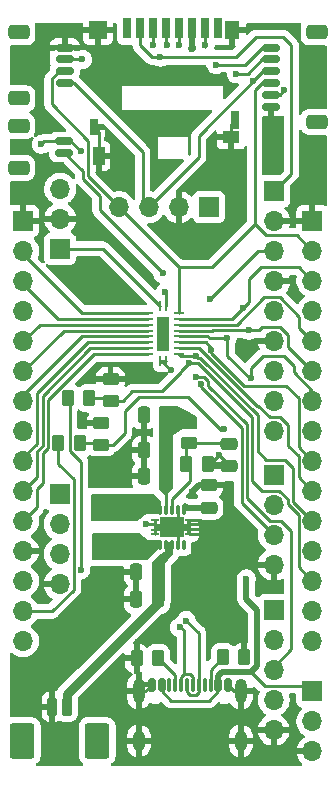
<source format=gbr>
%TF.GenerationSoftware,KiCad,Pcbnew,9.0.0*%
%TF.CreationDate,2025-04-24T12:01:06-04:00*%
%TF.ProjectId,Tiny4FSKGeneralShield,54696e79-3446-4534-9b47-656e6572616c,rev?*%
%TF.SameCoordinates,Original*%
%TF.FileFunction,Copper,L1,Top*%
%TF.FilePolarity,Positive*%
%FSLAX46Y46*%
G04 Gerber Fmt 4.6, Leading zero omitted, Abs format (unit mm)*
G04 Created by KiCad (PCBNEW 9.0.0) date 2025-04-24 12:01:06*
%MOMM*%
%LPD*%
G01*
G04 APERTURE LIST*
G04 Aperture macros list*
%AMRoundRect*
0 Rectangle with rounded corners*
0 $1 Rounding radius*
0 $2 $3 $4 $5 $6 $7 $8 $9 X,Y pos of 4 corners*
0 Add a 4 corners polygon primitive as box body*
4,1,4,$2,$3,$4,$5,$6,$7,$8,$9,$2,$3,0*
0 Add four circle primitives for the rounded corners*
1,1,$1+$1,$2,$3*
1,1,$1+$1,$4,$5*
1,1,$1+$1,$6,$7*
1,1,$1+$1,$8,$9*
0 Add four rect primitives between the rounded corners*
20,1,$1+$1,$2,$3,$4,$5,0*
20,1,$1+$1,$4,$5,$6,$7,0*
20,1,$1+$1,$6,$7,$8,$9,0*
20,1,$1+$1,$8,$9,$2,$3,0*%
G04 Aperture macros list end*
%TA.AperFunction,Conductor*%
%ADD10C,0.200000*%
%TD*%
%TA.AperFunction,SMDPad,CuDef*%
%ADD11RoundRect,0.250000X-0.475000X0.250000X-0.475000X-0.250000X0.475000X-0.250000X0.475000X0.250000X0*%
%TD*%
%TA.AperFunction,SMDPad,CuDef*%
%ADD12RoundRect,0.150000X0.625000X-0.150000X0.625000X0.150000X-0.625000X0.150000X-0.625000X-0.150000X0*%
%TD*%
%TA.AperFunction,SMDPad,CuDef*%
%ADD13RoundRect,0.250000X0.650000X-0.350000X0.650000X0.350000X-0.650000X0.350000X-0.650000X-0.350000X0*%
%TD*%
%TA.AperFunction,SMDPad,CuDef*%
%ADD14RoundRect,0.250000X0.250000X0.475000X-0.250000X0.475000X-0.250000X-0.475000X0.250000X-0.475000X0*%
%TD*%
%TA.AperFunction,ComponentPad*%
%ADD15R,1.700000X1.700000*%
%TD*%
%TA.AperFunction,ComponentPad*%
%ADD16O,1.700000X1.700000*%
%TD*%
%TA.AperFunction,SMDPad,CuDef*%
%ADD17RoundRect,0.250000X0.475000X-0.250000X0.475000X0.250000X-0.475000X0.250000X-0.475000X-0.250000X0*%
%TD*%
%TA.AperFunction,SMDPad,CuDef*%
%ADD18RoundRect,0.250000X0.262500X0.450000X-0.262500X0.450000X-0.262500X-0.450000X0.262500X-0.450000X0*%
%TD*%
%TA.AperFunction,SMDPad,CuDef*%
%ADD19RoundRect,0.150000X-0.625000X0.150000X-0.625000X-0.150000X0.625000X-0.150000X0.625000X0.150000X0*%
%TD*%
%TA.AperFunction,SMDPad,CuDef*%
%ADD20RoundRect,0.250000X-0.650000X0.350000X-0.650000X-0.350000X0.650000X-0.350000X0.650000X0.350000X0*%
%TD*%
%TA.AperFunction,SMDPad,CuDef*%
%ADD21R,0.240000X0.900000*%
%TD*%
%TA.AperFunction,SMDPad,CuDef*%
%ADD22R,0.900000X0.240000*%
%TD*%
%TA.AperFunction,SMDPad,CuDef*%
%ADD23R,1.000000X2.900000*%
%TD*%
%TA.AperFunction,SMDPad,CuDef*%
%ADD24RoundRect,0.250000X0.450000X-0.262500X0.450000X0.262500X-0.450000X0.262500X-0.450000X-0.262500X0*%
%TD*%
%TA.AperFunction,SMDPad,CuDef*%
%ADD25RoundRect,0.250000X-0.262500X-0.450000X0.262500X-0.450000X0.262500X0.450000X-0.262500X0.450000X0*%
%TD*%
%TA.AperFunction,SMDPad,CuDef*%
%ADD26RoundRect,0.150000X-0.150000X-0.425000X0.150000X-0.425000X0.150000X0.425000X-0.150000X0.425000X0*%
%TD*%
%TA.AperFunction,SMDPad,CuDef*%
%ADD27RoundRect,0.075000X-0.075000X-0.500000X0.075000X-0.500000X0.075000X0.500000X-0.075000X0.500000X0*%
%TD*%
%TA.AperFunction,HeatsinkPad*%
%ADD28O,1.000000X2.100000*%
%TD*%
%TA.AperFunction,HeatsinkPad*%
%ADD29O,1.000000X1.800000*%
%TD*%
%TA.AperFunction,SMDPad,CuDef*%
%ADD30R,0.700000X1.750000*%
%TD*%
%TA.AperFunction,SMDPad,CuDef*%
%ADD31R,1.450000X1.000000*%
%TD*%
%TA.AperFunction,SMDPad,CuDef*%
%ADD32R,1.000000X1.550000*%
%TD*%
%TA.AperFunction,SMDPad,CuDef*%
%ADD33R,0.800000X1.500000*%
%TD*%
%TA.AperFunction,SMDPad,CuDef*%
%ADD34R,1.300000X1.500000*%
%TD*%
%TA.AperFunction,SMDPad,CuDef*%
%ADD35R,1.500000X1.500000*%
%TD*%
%TA.AperFunction,SMDPad,CuDef*%
%ADD36R,0.800000X1.400000*%
%TD*%
%TA.AperFunction,SMDPad,CuDef*%
%ADD37R,3.800000X1.000000*%
%TD*%
%TA.AperFunction,SMDPad,CuDef*%
%ADD38R,0.280000X0.280000*%
%TD*%
%TA.AperFunction,SMDPad,CuDef*%
%ADD39O,0.280000X0.850000*%
%TD*%
%TA.AperFunction,SMDPad,CuDef*%
%ADD40R,0.600000X0.230000*%
%TD*%
%TA.AperFunction,SMDPad,CuDef*%
%ADD41R,0.700000X0.250000*%
%TD*%
%TA.AperFunction,ComponentPad*%
%ADD42C,0.600000*%
%TD*%
%TA.AperFunction,SMDPad,CuDef*%
%ADD43R,0.900000X0.650000*%
%TD*%
%TA.AperFunction,SMDPad,CuDef*%
%ADD44R,2.150000X1.700000*%
%TD*%
%TA.AperFunction,SMDPad,CuDef*%
%ADD45RoundRect,0.200000X-0.200000X-0.600000X0.200000X-0.600000X0.200000X0.600000X-0.200000X0.600000X0*%
%TD*%
%TA.AperFunction,SMDPad,CuDef*%
%ADD46RoundRect,0.250001X-0.799999X-1.249999X0.799999X-1.249999X0.799999X1.249999X-0.799999X1.249999X0*%
%TD*%
%TA.AperFunction,SMDPad,CuDef*%
%ADD47RoundRect,0.250000X-0.450000X0.262500X-0.450000X-0.262500X0.450000X-0.262500X0.450000X0.262500X0*%
%TD*%
%TA.AperFunction,ViaPad*%
%ADD48C,0.600000*%
%TD*%
%TA.AperFunction,Conductor*%
%ADD49C,0.500000*%
%TD*%
%TA.AperFunction,Conductor*%
%ADD50C,0.250000*%
%TD*%
%TA.AperFunction,Conductor*%
%ADD51C,0.750000*%
%TD*%
G04 APERTURE END LIST*
D10*
%TO.N,Net-(U3-L1)*%
X147027000Y-107375772D02*
X148127000Y-107375772D01*
X148127000Y-107775772D01*
X147027000Y-108875772D01*
X142427000Y-108875772D01*
X142427000Y-106775772D01*
X146277000Y-106775772D01*
X147027000Y-107375772D01*
%TA.AperFunction,Conductor*%
G36*
X147027000Y-107375772D02*
G01*
X148127000Y-107375772D01*
X148127000Y-107775772D01*
X147027000Y-108875772D01*
X142427000Y-108875772D01*
X142427000Y-106775772D01*
X146277000Y-106775772D01*
X147027000Y-107375772D01*
G37*
%TD.AperFunction*%
%TO.N,Net-(U3-L2)*%
X148127000Y-104075772D02*
X148127000Y-104975772D01*
X146927000Y-104975772D01*
X146177000Y-105575772D01*
X142327000Y-105575772D01*
X142327000Y-103475772D01*
X147527000Y-103475772D01*
X148127000Y-104075772D01*
%TA.AperFunction,Conductor*%
G36*
X148127000Y-104075772D02*
G01*
X148127000Y-104975772D01*
X146927000Y-104975772D01*
X146177000Y-105575772D01*
X142327000Y-105575772D01*
X142327000Y-103475772D01*
X147527000Y-103475772D01*
X148127000Y-104075772D01*
G37*
%TD.AperFunction*%
%TO.N,+5V*%
X151127000Y-96875798D02*
X151127000Y-97775772D01*
X149927000Y-97775772D01*
X149127000Y-98375772D01*
X149127000Y-102875772D01*
X148627000Y-103375772D01*
X148527000Y-103375772D01*
X148127000Y-102975772D01*
X148127000Y-95975772D01*
X149551950Y-95975772D01*
X151127000Y-96875798D01*
%TA.AperFunction,Conductor*%
G36*
X151127000Y-96875798D02*
G01*
X151127000Y-97775772D01*
X149927000Y-97775772D01*
X149127000Y-98375772D01*
X149127000Y-102875772D01*
X148627000Y-103375772D01*
X148527000Y-103375772D01*
X148127000Y-102975772D01*
X148127000Y-95975772D01*
X149551950Y-95975772D01*
X151127000Y-96875798D01*
G37*
%TD.AperFunction*%
%TO.N,+BATT*%
X149127000Y-108475772D02*
X148427000Y-109175772D01*
X148427000Y-112375772D01*
X147527000Y-112750772D01*
X147527000Y-109175772D01*
X148227000Y-108475772D01*
X148295498Y-108475772D01*
X148563681Y-108271833D01*
X148563753Y-107476344D01*
X149127000Y-107475858D01*
X149127000Y-108475772D01*
%TA.AperFunction,Conductor*%
G36*
X149127000Y-108475772D02*
G01*
X148427000Y-109175772D01*
X148427000Y-112375772D01*
X147527000Y-112750772D01*
X147527000Y-109175772D01*
X148227000Y-108475772D01*
X148295498Y-108475772D01*
X148563681Y-108271833D01*
X148563753Y-107476344D01*
X149127000Y-107475858D01*
X149127000Y-108475772D01*
G37*
%TD.AperFunction*%
%TD*%
D11*
%TO.P,C4,1*%
%TO.N,Net-(U3-FB)*%
X153933908Y-99115286D03*
%TO.P,C4,2*%
%TO.N,Earth*%
X153933908Y-101015286D03*
%TD*%
D12*
%TO.P,J10,1,Pin_1*%
%TO.N,Earth*%
X157527000Y-70575772D03*
%TO.P,J10,2,Pin_2*%
%TO.N,+3.3V*%
X157527000Y-69575772D03*
%TO.P,J10,3,Pin_3*%
%TO.N,SDA*%
X157527000Y-68575772D03*
%TO.P,J10,4,Pin_4*%
%TO.N,SCL*%
X157527000Y-67575772D03*
%TO.P,J10,5,Pin_5*%
%TO.N,D12*%
X157527000Y-66575772D03*
%TO.P,J10,6,Pin_6*%
%TO.N,D13*%
X157527000Y-65575772D03*
D13*
%TO.P,J10,MP*%
%TO.N,N/C*%
X161402000Y-71875772D03*
X161402000Y-64275772D03*
%TD*%
D14*
%TO.P,C6,1*%
%TO.N,+BATT*%
X147952000Y-109976772D03*
%TO.P,C6,2*%
%TO.N,Earth*%
X146052000Y-109976772D03*
%TD*%
%TO.P,C9,1*%
%TO.N,+5V*%
X148627000Y-96665772D03*
%TO.P,C9,2*%
%TO.N,Earth*%
X146727000Y-96665772D03*
%TD*%
D15*
%TO.P,J17,1,Pin_1*%
%TO.N,Earth*%
X136500000Y-80260000D03*
D16*
%TO.P,J17,2,Pin_2*%
%TO.N,SDA_5*%
X136500000Y-82800000D03*
%TO.P,J17,3,Pin_3*%
%TO.N,SCL_5*%
X136500000Y-85340000D03*
%TO.P,J17,4,Pin_4*%
%TO.N,Earth*%
X136500000Y-87880000D03*
%TO.P,J17,5,Pin_5*%
%TO.N,MOSI_5*%
X136500000Y-90420000D03*
%TO.P,J17,6,Pin_6*%
%TO.N,MISO_5*%
X136500000Y-92960000D03*
%TO.P,J17,7,Pin_7*%
%TO.N,SCK_5*%
X136500000Y-95500000D03*
%TO.P,J17,8,Pin_8*%
%TO.N,Earth*%
X136500000Y-98040000D03*
%TO.P,J17,9,Pin_9*%
%TO.N,D12_5*%
X136500000Y-100580000D03*
%TO.P,J17,10,Pin_10*%
%TO.N,D13_5*%
X136500000Y-103120000D03*
%TO.P,J17,11,Pin_11*%
%TO.N,D38_5*%
X136500000Y-105660000D03*
%TO.P,J17,12,Pin_12*%
%TO.N,Earth*%
X136500000Y-108200000D03*
%TO.P,J17,13,Pin_13*%
%TO.N,A1_5*%
X136500000Y-110740000D03*
%TO.P,J17,14,Pin_14*%
%TO.N,A2_5*%
X136500000Y-113280000D03*
%TO.P,J17,15,Pin_15*%
%TO.N,GNDA*%
X136500000Y-115820000D03*
%TD*%
D17*
%TO.P,C3,1*%
%TO.N,Net-(U3-VAUX)*%
X152227000Y-104525772D03*
%TO.P,C3,2*%
%TO.N,Earth*%
X152227000Y-102625772D03*
%TD*%
D18*
%TO.P,R1,1*%
%TO.N,Net-(J2-CC1)*%
X147939500Y-117285772D03*
%TO.P,R1,2*%
%TO.N,Earth*%
X146114500Y-117285772D03*
%TD*%
D14*
%TO.P,C5,1*%
%TO.N,+BATT*%
X147952000Y-112276772D03*
%TO.P,C5,2*%
%TO.N,Earth*%
X146052000Y-112276772D03*
%TD*%
D19*
%TO.P,J5,1,Pin_1*%
%TO.N,Earth*%
X140027000Y-65575772D03*
%TO.P,J5,2,Pin_2*%
%TO.N,+3.3V*%
X140027000Y-66575772D03*
%TO.P,J5,3,Pin_3*%
%TO.N,SDA*%
X140027000Y-67575772D03*
%TO.P,J5,4,Pin_4*%
%TO.N,SCL*%
X140027000Y-68575772D03*
D20*
%TO.P,J5,MP*%
%TO.N,N/C*%
X136152000Y-64275772D03*
X136152000Y-69875772D03*
%TD*%
D21*
%TO.P,U1,1,VCCA*%
%TO.N,+5V*%
X148127000Y-87475772D03*
D22*
%TO.P,U1,2,A0*%
%TO.N,SDA_5*%
X147077000Y-88025772D03*
%TO.P,U1,3,A1*%
%TO.N,SCL_5*%
X147077000Y-88525772D03*
%TO.P,U1,4,A2*%
%TO.N,MOSI_5*%
X147077000Y-89025772D03*
%TO.P,U1,5,A3*%
%TO.N,MISO_5*%
X147077000Y-89525772D03*
%TO.P,U1,6,A4*%
%TO.N,SCK_5*%
X147077000Y-90025772D03*
%TO.P,U1,7,A5*%
%TO.N,D12_5*%
X147077000Y-90525772D03*
%TO.P,U1,8,A6*%
%TO.N,D13_5*%
X147077000Y-91025772D03*
%TO.P,U1,9,A7*%
%TO.N,D38_5*%
X147077000Y-91525772D03*
D21*
%TO.P,U1,10,GND*%
%TO.N,Earth*%
X148127000Y-92075772D03*
%TO.P,U1,11,~{OE}*%
X148627000Y-92075772D03*
D22*
%TO.P,U1,12,B7*%
%TO.N,D38*%
X149677000Y-91525772D03*
%TO.P,U1,13,B6*%
%TO.N,D13*%
X149677000Y-91025772D03*
%TO.P,U1,14,B5*%
%TO.N,D12*%
X149677000Y-90525772D03*
%TO.P,U1,15,B4*%
%TO.N,SCK*%
X149677000Y-90025772D03*
%TO.P,U1,16,B3*%
%TO.N,MISO*%
X149677000Y-89525772D03*
%TO.P,U1,17,B2*%
%TO.N,MOSI*%
X149677000Y-89025772D03*
%TO.P,U1,18,B1*%
%TO.N,SCL*%
X149677000Y-88525772D03*
%TO.P,U1,19,B0*%
%TO.N,SDA*%
X149677000Y-88025772D03*
D21*
%TO.P,U1,20,VCCB*%
%TO.N,+3.3V*%
X148627000Y-87475772D03*
D23*
%TO.P,U1,21,NC*%
%TO.N,unconnected-(U1-NC-Pad21)*%
X148377000Y-89775772D03*
%TD*%
D24*
%TO.P,R4,1*%
%TO.N,A1*%
X143905784Y-95472870D03*
%TO.P,R4,2*%
%TO.N,Earth*%
X143905784Y-93647870D03*
%TD*%
D25*
%TO.P,R2,1*%
%TO.N,Net-(J2-CC2)*%
X153414500Y-117175772D03*
%TO.P,R2,2*%
%TO.N,Earth*%
X155239500Y-117175772D03*
%TD*%
D14*
%TO.P,C8,1*%
%TO.N,+5V*%
X148627000Y-99675772D03*
%TO.P,C8,2*%
%TO.N,Earth*%
X146727000Y-99675772D03*
%TD*%
%TO.P,C7,1*%
%TO.N,+5V*%
X148627000Y-101875772D03*
%TO.P,C7,2*%
%TO.N,Earth*%
X146727000Y-101875772D03*
%TD*%
D26*
%TO.P,J2,A1,GND*%
%TO.N,Earth*%
X147427000Y-119495772D03*
%TO.P,J2,A4,VBUS*%
%TO.N,+5V*%
X148227000Y-119495772D03*
D27*
%TO.P,J2,A5,CC1*%
%TO.N,Net-(J2-CC1)*%
X149377000Y-119495772D03*
%TO.P,J2,A6,D+*%
%TO.N,D+*%
X150377000Y-119495772D03*
%TO.P,J2,A7,D-*%
%TO.N,D-*%
X150877000Y-119495772D03*
%TO.P,J2,A8*%
%TO.N,N/C*%
X151877000Y-119495772D03*
D26*
%TO.P,J2,A9,VBUS*%
%TO.N,+5V*%
X153027000Y-119495772D03*
%TO.P,J2,A12,GND*%
%TO.N,Earth*%
X153827000Y-119495772D03*
%TO.P,J2,B1,GND*%
X153827000Y-119495772D03*
%TO.P,J2,B4,VBUS*%
%TO.N,+5V*%
X153027000Y-119495772D03*
D27*
%TO.P,J2,B5,CC2*%
%TO.N,Net-(J2-CC2)*%
X152377000Y-119495772D03*
%TO.P,J2,B6,D+*%
%TO.N,D+*%
X151377000Y-119495772D03*
%TO.P,J2,B7,D-*%
%TO.N,D-*%
X149877000Y-119495772D03*
%TO.P,J2,B8*%
%TO.N,N/C*%
X148877000Y-119495772D03*
D26*
%TO.P,J2,B9,VBUS*%
%TO.N,+5V*%
X148227000Y-119495772D03*
%TO.P,J2,B12,GND*%
%TO.N,Earth*%
X147427000Y-119495772D03*
D28*
%TO.P,J2,S1,SHIELD*%
X146307000Y-120070772D03*
D29*
X146307000Y-124250772D03*
D28*
X154947000Y-120070772D03*
D29*
X154947000Y-124250772D03*
%TD*%
D30*
%TO.P,J1,1,DAT2*%
%TO.N,unconnected-(J1-DAT2-Pad1)*%
X145302000Y-63950772D03*
%TO.P,J1,2,DAT3/CD*%
%TO.N,D38*%
X146402000Y-63950772D03*
%TO.P,J1,3,CMD*%
%TO.N,MOSI*%
X147502000Y-63950772D03*
%TO.P,J1,4,VDD*%
%TO.N,+3.3V*%
X148602000Y-63950772D03*
%TO.P,J1,5,CLK*%
%TO.N,SCK*%
X149702000Y-63950772D03*
%TO.P,J1,6,VSS*%
%TO.N,Earth*%
X150802000Y-63950772D03*
%TO.P,J1,7,DAT0*%
%TO.N,MISO*%
X151902000Y-63950772D03*
%TO.P,J1,8,DAT1*%
%TO.N,unconnected-(J1-DAT1-Pad8)*%
X153002000Y-63950772D03*
D31*
%TO.P,J1,9,SHIELD*%
%TO.N,Earth*%
X154127000Y-73175772D03*
D32*
%TO.P,J1,10,SHIELD*%
X142902000Y-74750772D03*
D33*
%TO.P,J1,11,SHIELD*%
X154452000Y-71675772D03*
D34*
X154202000Y-64075772D03*
D35*
X142852000Y-64075772D03*
D36*
X142502000Y-72325772D03*
%TD*%
D15*
%TO.P,J16,1,Pin_1*%
%TO.N,Earth*%
X161000000Y-80260000D03*
D16*
%TO.P,J16,2,Pin_2*%
%TO.N,SDA*%
X161000000Y-82800000D03*
%TO.P,J16,3,Pin_3*%
%TO.N,SCL*%
X161000000Y-85340000D03*
%TO.P,J16,4,Pin_4*%
%TO.N,Earth*%
X161000000Y-87880000D03*
%TO.P,J16,5,Pin_5*%
%TO.N,MOSI*%
X161000000Y-90420000D03*
%TO.P,J16,6,Pin_6*%
%TO.N,MISO*%
X161000000Y-92960000D03*
%TO.P,J16,7,Pin_7*%
%TO.N,SCK*%
X161000000Y-95500000D03*
%TO.P,J16,8,Pin_8*%
%TO.N,Earth*%
X161000000Y-98040000D03*
%TO.P,J16,9,Pin_9*%
%TO.N,D12*%
X161000000Y-100580000D03*
%TO.P,J16,10,Pin_10*%
%TO.N,D13*%
X161000000Y-103120000D03*
%TO.P,J16,11,Pin_11*%
%TO.N,D38*%
X161000000Y-105660000D03*
%TO.P,J16,12,Pin_12*%
%TO.N,Earth*%
X161000000Y-108200000D03*
%TO.P,J16,13,Pin_13*%
%TO.N,A1*%
X161000000Y-110740000D03*
%TO.P,J16,14,Pin_14*%
%TO.N,A2*%
X161000000Y-113280000D03*
%TO.P,J16,15,Pin_15*%
%TO.N,GNDA*%
X161000000Y-115820000D03*
%TD*%
D25*
%TO.P,R5,1*%
%TO.N,A2_5*%
X139493284Y-99060370D03*
%TO.P,R5,2*%
%TO.N,A2*%
X141318284Y-99060370D03*
%TD*%
D37*
%TO.P,L1,1,1*%
%TO.N,Net-(U3-L2)*%
X144402000Y-104976772D03*
%TO.P,L1,2,2*%
%TO.N,Net-(U3-L1)*%
X144402000Y-107376772D03*
%TD*%
D25*
%TO.P,R3,1*%
%TO.N,A1_5*%
X140293284Y-95260370D03*
%TO.P,R3,2*%
%TO.N,A1*%
X142118284Y-95260370D03*
%TD*%
%TO.P,R9,1*%
%TO.N,Net-(U3-FB)*%
X150321408Y-100865286D03*
%TO.P,R9,2*%
%TO.N,Earth*%
X152146408Y-100865286D03*
%TD*%
D15*
%TO.P,J15,1,Pin_1*%
%TO.N,+5V*%
X161000000Y-120075000D03*
D16*
%TO.P,J15,2,Pin_2*%
%TO.N,+3.3V*%
X161000000Y-122615000D03*
%TO.P,J15,3,Pin_3*%
%TO.N,Earth*%
X161000000Y-125155000D03*
%TD*%
D24*
%TO.P,R6,1*%
%TO.N,A2*%
X143118284Y-99172870D03*
%TO.P,R6,2*%
%TO.N,Earth*%
X143118284Y-97347870D03*
%TD*%
D19*
%TO.P,J11,1,Pin_1*%
%TO.N,GNDA*%
X140002000Y-73475772D03*
%TO.P,J11,2,Pin_2*%
%TO.N,A1*%
X140002000Y-74475772D03*
D20*
%TO.P,J11,MP*%
%TO.N,N/C*%
X136127000Y-72175772D03*
X136127000Y-75775772D03*
%TD*%
D38*
%TO.P,U3,1,L1*%
%TO.N,Net-(U3-L1)*%
X148102000Y-107935772D03*
D39*
X148102000Y-107650772D03*
D38*
%TO.P,U3,2,VIN*%
%TO.N,+BATT*%
X148602000Y-107935772D03*
D39*
X148602000Y-107650772D03*
D38*
%TO.P,U3,3,EN*%
X149102000Y-107935772D03*
D39*
X149102000Y-107650772D03*
D38*
%TO.P,U3,4,PS/SYNC*%
%TO.N,Earth*%
X149602000Y-107935772D03*
D39*
X149602000Y-107650772D03*
D38*
%TO.P,U3,5,PG*%
%TO.N,unconnected-(U3-PG-Pad5)*%
X150102000Y-107935772D03*
D39*
%TO.N,unconnected-(U3-PG-Pad5)_1*%
X150102000Y-107650772D03*
%TO.P,U3,6,VAUX*%
%TO.N,Net-(U3-VAUX)*%
X150102000Y-104700772D03*
D38*
X150102000Y-104415772D03*
D39*
%TO.P,U3,7,GND*%
%TO.N,Earth*%
X149602000Y-104700772D03*
D38*
X149602000Y-104415772D03*
D39*
%TO.P,U3,8,FB*%
%TO.N,Net-(U3-FB)*%
X149102000Y-104700772D03*
D38*
X149102000Y-104415772D03*
D39*
%TO.P,U3,9,VOUT*%
%TO.N,+5V*%
X148602000Y-104700772D03*
D38*
X148602000Y-104415772D03*
D39*
%TO.P,U3,10,L2*%
%TO.N,Net-(U3-L2)*%
X148102000Y-104700772D03*
D38*
X148102000Y-104415772D03*
D40*
%TO.P,U3,11,PGND*%
%TO.N,Earth*%
X147677000Y-106775772D03*
D41*
X147677000Y-106775772D03*
D40*
X150527000Y-106775772D03*
D41*
X150527000Y-106775772D03*
D42*
X148602000Y-106675772D03*
X149602000Y-106675772D03*
D43*
X148542000Y-106610772D03*
X149662000Y-106610772D03*
D40*
X147677000Y-106375772D03*
D41*
X147677000Y-106375772D03*
D40*
X150527000Y-106375772D03*
D41*
X150527000Y-106375772D03*
D42*
X149102000Y-106175772D03*
D44*
X149102000Y-106175772D03*
D40*
X147677000Y-105975772D03*
D41*
X147677000Y-105975772D03*
D40*
X150527000Y-105975772D03*
D41*
X150527000Y-105975772D03*
D43*
X148542000Y-105740772D03*
X149662000Y-105740772D03*
D42*
X148602000Y-105675772D03*
X149602000Y-105675772D03*
D40*
X147677000Y-105575772D03*
D41*
X147677000Y-105575772D03*
D40*
X150527000Y-105575772D03*
D41*
X150527000Y-105575772D03*
%TD*%
D45*
%TO.P,J9,1,Pin_1*%
%TO.N,Earth*%
X138977000Y-121375772D03*
%TO.P,J9,2,Pin_2*%
%TO.N,+BATT*%
X140227000Y-121375772D03*
D46*
%TO.P,J9,MP*%
%TO.N,N/C*%
X136427000Y-124275772D03*
X142777000Y-124275772D03*
%TD*%
D15*
%TO.P,J12,1,Pin_1*%
%TO.N,+3.3V*%
X152227000Y-79075772D03*
D16*
%TO.P,J12,2,Pin_2*%
%TO.N,Earth*%
X149687000Y-79075772D03*
%TO.P,J12,3,Pin_3*%
%TO.N,SCL*%
X147147000Y-79075772D03*
%TO.P,J12,4,Pin_4*%
%TO.N,SDA*%
X144607000Y-79075772D03*
%TD*%
D47*
%TO.P,R7,1*%
%TO.N,+5V*%
X150533908Y-97252786D03*
%TO.P,R7,2*%
%TO.N,Net-(U3-FB)*%
X150533908Y-99077786D03*
%TD*%
D15*
%TO.P,J7,1,Pin_1*%
%TO.N,+5V*%
X139641431Y-82602929D03*
D16*
%TO.P,J7,2,Pin_2*%
%TO.N,Earth*%
X139641431Y-80062929D03*
%TO.P,J7,3,Pin_3*%
%TO.N,+3.3V*%
X139641431Y-77522929D03*
%TD*%
D15*
%TO.P,J8,1,Pin_1*%
%TO.N,D+*%
X139597000Y-103360772D03*
D16*
%TO.P,J8,2,Pin_2*%
%TO.N,D-*%
X139597000Y-105900772D03*
%TO.P,J8,3,Pin_3*%
%TO.N,+3.3V*%
X139597000Y-108440772D03*
%TO.P,J8,4,Pin_4*%
%TO.N,Earth*%
X139597000Y-110980772D03*
%TD*%
D15*
%TO.P,J4,1,Pin_1*%
%TO.N,D38*%
X157747000Y-77730772D03*
D16*
%TO.P,J4,2,Pin_2*%
%TO.N,Earth*%
X157747000Y-80270772D03*
%TO.P,J4,3,Pin_3*%
%TO.N,D12*%
X157747000Y-82810772D03*
%TO.P,J4,4,Pin_4*%
%TO.N,Earth*%
X157747000Y-85350772D03*
%TO.P,J4,5,Pin_5*%
%TO.N,D13*%
X157747000Y-87890772D03*
%TO.P,J4,6,Pin_6*%
%TO.N,Earth*%
X157747000Y-90430772D03*
%TO.P,J4,7,Pin_7*%
%TO.N,A1*%
X157747000Y-92970772D03*
%TO.P,J4,8,Pin_8*%
%TO.N,GNDA*%
X157747000Y-95510772D03*
%TO.P,J4,9,Pin_9*%
%TO.N,A2*%
X157747000Y-98050772D03*
%TD*%
D15*
%TO.P,J6,1,Pin_1*%
%TO.N,+3.3V*%
X157727000Y-113175772D03*
D16*
%TO.P,J6,2,Pin_2*%
%TO.N,MOSI*%
X157727000Y-115715772D03*
%TO.P,J6,3,Pin_3*%
%TO.N,MISO*%
X157727000Y-118255772D03*
%TO.P,J6,4,Pin_4*%
%TO.N,SCK*%
X157727000Y-120795772D03*
%TO.P,J6,5,Pin_5*%
%TO.N,Earth*%
X157727000Y-123335772D03*
%TD*%
D15*
%TO.P,J3,1,Pin_1*%
%TO.N,+3.3V*%
X157727000Y-101740772D03*
D16*
%TO.P,J3,2,Pin_2*%
%TO.N,SDA*%
X157727000Y-104280772D03*
%TO.P,J3,3,Pin_3*%
%TO.N,SCL*%
X157727000Y-106820772D03*
%TO.P,J3,4,Pin_4*%
%TO.N,Earth*%
X157727000Y-109360772D03*
%TD*%
D48*
%TO.N,Earth*%
X161527000Y-75575772D03*
X152627000Y-73975772D03*
X151827000Y-105975772D03*
X145127000Y-117275772D03*
X143300000Y-86000000D03*
X137527000Y-121375772D03*
X152543667Y-124275772D03*
X141600000Y-97300000D03*
X161527000Y-70209106D03*
X136127000Y-77964661D03*
X142327000Y-68275772D03*
X148127000Y-124275772D03*
X145327000Y-102575772D03*
X149800000Y-82800000D03*
X135927000Y-121375772D03*
X151660333Y-124275772D03*
X161527000Y-73786883D03*
X153500000Y-102600000D03*
X136127000Y-67231328D03*
X145327000Y-101175772D03*
X140527000Y-64075772D03*
X146927000Y-105875772D03*
X157527000Y-71675772D03*
X149893667Y-124275772D03*
X161527000Y-66631328D03*
X145327000Y-99775772D03*
X149000000Y-92900000D03*
X144727000Y-110975772D03*
X145627000Y-71875772D03*
X147427000Y-71875772D03*
X144127000Y-74675772D03*
X144727000Y-111675772D03*
X145327000Y-100475772D03*
X151827000Y-106675772D03*
X149427000Y-71875772D03*
X138927000Y-119675772D03*
X150827000Y-65675772D03*
X153107234Y-100031385D03*
X153427000Y-124275772D03*
X150777000Y-124275772D03*
X146227000Y-84075772D03*
X154250000Y-112400000D03*
X150800000Y-103200000D03*
X145327000Y-101875772D03*
X149010333Y-124275772D03*
X161527000Y-68420217D03*
X143727000Y-72875772D03*
X152627000Y-73275772D03*
X146227000Y-115875772D03*
X161527000Y-77364661D03*
X144727000Y-112375772D03*
X139800000Y-124950000D03*
X140400000Y-115500000D03*
X152227000Y-114175772D03*
X152427000Y-82175772D03*
X154327000Y-115875772D03*
X144127000Y-66275772D03*
X142500000Y-93700000D03*
X135927000Y-119586883D03*
%TO.N,+5V*%
X149527000Y-96875772D03*
X148708325Y-97361558D03*
X155400000Y-110550000D03*
X148527000Y-98075772D03*
X148627000Y-96665772D03*
X149427000Y-97675772D03*
%TO.N,D38*%
X151175518Y-91675000D03*
X148127000Y-66375772D03*
%TO.N,SCK*%
X149727000Y-65375772D03*
X153800000Y-90125000D03*
X155800000Y-93575000D03*
%TO.N,MOSI*%
X147527000Y-65375772D03*
%TO.N,+3.3V*%
X141527000Y-66575772D03*
X158602000Y-69198792D03*
X148527000Y-86275772D03*
X148727000Y-65375772D03*
%TO.N,MISO*%
X151125000Y-93416209D03*
X155600000Y-89500000D03*
X151927000Y-65375772D03*
%TO.N,D-*%
X149752427Y-114647573D03*
%TO.N,D+*%
X150318114Y-114081886D03*
%TO.N,SCL*%
X151566942Y-94083058D03*
X155978596Y-68427368D03*
X155100000Y-87600000D03*
%TO.N,D13*%
X152827000Y-67000772D03*
%TO.N,A1*%
X150527000Y-92300000D03*
X148327000Y-84675772D03*
%TO.N,D12*%
X152441942Y-91158058D03*
X152327000Y-86875772D03*
X154527000Y-67775772D03*
%TO.N,A2*%
X153487765Y-97888007D03*
%TO.N,A1_5*%
X141400000Y-109800000D03*
%TO.N,GNDA*%
X138050000Y-73750000D03*
X141375000Y-74350000D03*
%TD*%
D49*
%TO.N,+5V*%
X156327000Y-117887418D02*
X155791660Y-118422758D01*
X155400000Y-110550000D02*
X155400000Y-112248772D01*
X156327000Y-113175772D02*
X156327000Y-117887418D01*
X155400000Y-112248772D02*
X156327000Y-113175772D01*
%TO.N,Net-(U3-VAUX)*%
X152227000Y-104525772D02*
X150303000Y-104525772D01*
X150303000Y-104525772D02*
X150193000Y-104415772D01*
%TO.N,Earth*%
X152201228Y-102600000D02*
X152227000Y-102625772D01*
D50*
X154127000Y-72000772D02*
X154452000Y-71675772D01*
X147677000Y-105575772D02*
X147677000Y-106775772D01*
X154947000Y-120070772D02*
X154402000Y-120070772D01*
X154127000Y-73175772D02*
X154127000Y-72000772D01*
X154402000Y-120070772D02*
X153827000Y-119495772D01*
D49*
X151400000Y-102600000D02*
X152201228Y-102600000D01*
X150800000Y-103200000D02*
X151400000Y-102600000D01*
D50*
X149602000Y-107650772D02*
X149602000Y-106675772D01*
X152327000Y-100865286D02*
X152146408Y-100865286D01*
X150527000Y-106775772D02*
X150527000Y-105575772D01*
X142902000Y-72725772D02*
X142502000Y-72325772D01*
X153107234Y-100031385D02*
X153107234Y-100085052D01*
X153933908Y-100872194D02*
X153933908Y-101015286D01*
X142902000Y-74750772D02*
X142902000Y-72725772D01*
X148175772Y-92075772D02*
X148127000Y-92075772D01*
X153107234Y-100031385D02*
X153107234Y-100045520D01*
X148627000Y-92075772D02*
X148127000Y-92075772D01*
X149602000Y-104700772D02*
X149602000Y-105675772D01*
X136444718Y-98221573D02*
X136481199Y-98221573D01*
X146307000Y-120070772D02*
X146852000Y-120070772D01*
X153107234Y-100085052D02*
X152327000Y-100865286D01*
X153107234Y-100045520D02*
X153933908Y-100872194D01*
X149000000Y-92900000D02*
X148175772Y-92075772D01*
X146852000Y-120070772D02*
X147427000Y-119495772D01*
X149602000Y-107650772D02*
X149602000Y-107935772D01*
%TO.N,Net-(U3-FB)*%
X150533908Y-99077786D02*
X153896408Y-99077786D01*
X150321408Y-100865286D02*
X150321408Y-99290286D01*
X149102000Y-104700772D02*
X149102000Y-104415772D01*
X150321408Y-99290286D02*
X150533908Y-99077786D01*
X150614500Y-102288272D02*
X150614500Y-101158378D01*
X153896408Y-99077786D02*
X153933908Y-99115286D01*
X150614500Y-101158378D02*
X150321408Y-100865286D01*
X149102000Y-103800772D02*
X150614500Y-102288272D01*
X149102000Y-104415772D02*
X149102000Y-103800772D01*
D51*
%TO.N,+BATT*%
X140227000Y-121375772D02*
X140227000Y-120275772D01*
X147952000Y-112550772D02*
X147952000Y-112276772D01*
X140227000Y-120275772D02*
X147952000Y-112550772D01*
D50*
%TO.N,+5V*%
X149004001Y-120847772D02*
X152249999Y-120847772D01*
X148227000Y-120070771D02*
X149004001Y-120847772D01*
X148602000Y-104700772D02*
X148602000Y-102400772D01*
X143254157Y-82602929D02*
X148127000Y-87475772D01*
X156988674Y-119619772D02*
X155791660Y-118422758D01*
X148602000Y-102400772D02*
X148627000Y-102375772D01*
X148627000Y-102375772D02*
X148627000Y-101875772D01*
X160544772Y-119619772D02*
X156988674Y-119619772D01*
D49*
X153027000Y-119495772D02*
X153027000Y-118775772D01*
X153380014Y-118422758D02*
X155791660Y-118422758D01*
D50*
X148227000Y-119495772D02*
X148227000Y-120070771D01*
X148602000Y-104700772D02*
X148602000Y-104415772D01*
X152249999Y-120847772D02*
X153027000Y-120070771D01*
X161000000Y-120075000D02*
X160544772Y-119619772D01*
X153027000Y-120070771D02*
X153027000Y-119495772D01*
D49*
X153027000Y-118775772D02*
X153380014Y-118422758D01*
D50*
X139641431Y-82602929D02*
X143254157Y-82602929D01*
%TO.N,D38*%
X149802000Y-91650772D02*
X149677000Y-91525772D01*
X151175518Y-91675000D02*
X151151290Y-91650772D01*
X158700000Y-100500000D02*
X159373000Y-101173000D01*
X148127000Y-66375772D02*
X154527000Y-66375772D01*
X151175518Y-91675000D02*
X151349518Y-91849000D01*
X156227000Y-64675772D02*
X158527000Y-64675772D01*
X157100000Y-100500000D02*
X158700000Y-100500000D01*
X151151290Y-91650772D02*
X149802000Y-91650772D01*
X146402000Y-63950772D02*
X146402000Y-65350772D01*
X159373000Y-101173000D02*
X159373000Y-104033000D01*
X159373000Y-104033000D02*
X161000000Y-105660000D01*
X156353000Y-96698986D02*
X156353000Y-99753000D01*
X154527000Y-66375772D02*
X156227000Y-64675772D01*
X151349518Y-91849000D02*
X151503014Y-91849000D01*
X159227000Y-76250772D02*
X157747000Y-77730772D01*
X158527000Y-64675772D02*
X159227000Y-65375772D01*
X147427000Y-66375772D02*
X148127000Y-66375772D01*
X151503014Y-91849000D02*
X156353000Y-96698986D01*
X156353000Y-99753000D02*
X157100000Y-100500000D01*
X159227000Y-65375772D02*
X159227000Y-76250772D01*
X146402000Y-65350772D02*
X147427000Y-66375772D01*
%TO.N,SCK*%
X149702000Y-65350772D02*
X149727000Y-65375772D01*
X153800000Y-91650000D02*
X153800000Y-90125000D01*
X152125772Y-90025772D02*
X149677000Y-90025772D01*
X159400000Y-92500000D02*
X159400000Y-93023116D01*
X155725000Y-93575000D02*
X153800000Y-91650000D01*
X152225000Y-90125000D02*
X152125772Y-90025772D01*
X155800000Y-92700000D02*
X156800000Y-91700000D01*
X161000000Y-94623116D02*
X161000000Y-95500000D01*
X158600000Y-91700000D02*
X159400000Y-92500000D01*
X159400000Y-93023116D02*
X161000000Y-94623116D01*
X155800000Y-93575000D02*
X155725000Y-93575000D01*
X155800000Y-93575000D02*
X155800000Y-92700000D01*
X156800000Y-91700000D02*
X158600000Y-91700000D01*
X153800000Y-90125000D02*
X152225000Y-90125000D01*
X149702000Y-63950772D02*
X149702000Y-65350772D01*
%TO.N,MOSI*%
X147502000Y-63950772D02*
X147502000Y-65350772D01*
X149677000Y-89025772D02*
X154574228Y-89025772D01*
X147502000Y-65350772D02*
X147527000Y-65375772D01*
X156885228Y-86714772D02*
X158234116Y-86714772D01*
X158234116Y-86714772D02*
X159900000Y-88380656D01*
X159900000Y-88380656D02*
X159900000Y-89320000D01*
X159900000Y-89320000D02*
X161000000Y-90420000D01*
X154574228Y-89025772D02*
X156885228Y-86714772D01*
%TO.N,+3.3V*%
X148602000Y-65250772D02*
X148727000Y-65375772D01*
X157527000Y-69575772D02*
X158225020Y-69575772D01*
X148602000Y-63950772D02*
X148602000Y-65250772D01*
X158225020Y-69575772D02*
X158602000Y-69198792D01*
X148627000Y-86375772D02*
X148527000Y-86275772D01*
X148627000Y-87475772D02*
X148627000Y-86375772D01*
X140027000Y-66575772D02*
X141527000Y-66575772D01*
%TO.N,MISO*%
X151084151Y-93457058D02*
X151826240Y-93457058D01*
X152192942Y-93823760D02*
X152192942Y-94192942D01*
X158923000Y-90883000D02*
X161000000Y-92960000D01*
X151826240Y-93457058D02*
X152192942Y-93823760D01*
X155451000Y-103667888D02*
X157427884Y-105644772D01*
X157727000Y-117995772D02*
X157727000Y-118255772D01*
X156500000Y-89500000D02*
X156745228Y-89254772D01*
X151927000Y-65475772D02*
X151902000Y-65450772D01*
X151125000Y-93416209D02*
X151084151Y-93457058D01*
X157427884Y-105644772D02*
X158371772Y-105644772D01*
X151902000Y-65450772D02*
X151902000Y-63950772D01*
X155451000Y-97451000D02*
X155451000Y-103667888D01*
X155600000Y-89500000D02*
X152551544Y-89500000D01*
X159227000Y-106500000D02*
X159227000Y-116495772D01*
X152551544Y-89500000D02*
X152525772Y-89525772D01*
X159227000Y-116495772D02*
X157727000Y-117995772D01*
X158923000Y-89943656D02*
X158923000Y-90883000D01*
X152192942Y-94192942D02*
X155451000Y-97451000D01*
X156745228Y-89254772D02*
X158234116Y-89254772D01*
X158371772Y-105644772D02*
X159227000Y-106500000D01*
X152525772Y-89525772D02*
X149677000Y-89525772D01*
X158234116Y-89254772D02*
X158923000Y-89943656D01*
X155600000Y-89500000D02*
X156500000Y-89500000D01*
%TO.N,Net-(J2-CC1)*%
X149377000Y-119495772D02*
X149377000Y-118723272D01*
X149377000Y-118723272D02*
X147939500Y-117285772D01*
%TO.N,D-*%
X150620178Y-118594772D02*
X150877000Y-118851594D01*
X149752427Y-114647573D02*
X149847573Y-114647573D01*
X149877000Y-118911298D02*
X149877000Y-119495772D01*
X150133822Y-118594772D02*
X150620178Y-118594772D01*
X149901000Y-118887298D02*
X149877000Y-118911298D01*
X150877000Y-118851594D02*
X150877000Y-119495772D01*
X149901000Y-118827594D02*
X149901000Y-118887298D01*
X149847573Y-114647573D02*
X150133822Y-114933822D01*
X149877000Y-119495772D02*
X149877000Y-118851594D01*
X150133822Y-114933822D02*
X150133822Y-118594772D01*
X150133822Y-118594772D02*
X149901000Y-118827594D01*
X149877000Y-118851594D02*
X150133822Y-118594772D01*
%TO.N,D+*%
X150633822Y-120396772D02*
X151120178Y-120396772D01*
X150377000Y-120139950D02*
X150633822Y-120396772D01*
X151377000Y-115140772D02*
X151377000Y-119495772D01*
X151377000Y-120139950D02*
X151377000Y-119495772D01*
X150318114Y-114081886D02*
X151377000Y-115140772D01*
X151120178Y-120396772D02*
X151377000Y-120139950D01*
X150377000Y-119495772D02*
X150377000Y-120139950D01*
%TO.N,Net-(J2-CC2)*%
X152377000Y-119495772D02*
X152377000Y-118223272D01*
X152377000Y-118223272D02*
X153414500Y-117185772D01*
X153414500Y-117185772D02*
X153414500Y-117175772D01*
%TO.N,SCL*%
X151356192Y-73049772D02*
X151356192Y-74866580D01*
X156625228Y-84174772D02*
X159834772Y-84174772D01*
X146627000Y-78555772D02*
X146627000Y-74400773D01*
X159834772Y-84174772D02*
X161000000Y-85340000D01*
X140801999Y-68575772D02*
X140027000Y-68575772D01*
X155627000Y-85173000D02*
X156625228Y-84174772D01*
X155978596Y-68427368D02*
X156930192Y-67475772D01*
X155627000Y-87073000D02*
X155627000Y-85173000D01*
X151566942Y-94083058D02*
X151566942Y-94316942D01*
X147147000Y-79075772D02*
X146627000Y-78555772D01*
X151566942Y-94316942D02*
X155000000Y-97750000D01*
X155100000Y-87600000D02*
X154174228Y-88525772D01*
X157427000Y-67475772D02*
X157527000Y-67575772D01*
X156930192Y-67475772D02*
X157427000Y-67475772D01*
X146627000Y-74400773D02*
X140801999Y-68575772D01*
X155000000Y-104093772D02*
X157727000Y-106820772D01*
X157527000Y-67575772D02*
X156830192Y-67575772D01*
X154174228Y-88525772D02*
X149677000Y-88525772D01*
X156830192Y-67575772D02*
X151356192Y-73049772D01*
X155100000Y-87600000D02*
X155627000Y-87073000D01*
X151356192Y-74866580D02*
X147147000Y-79075772D01*
X155000000Y-97750000D02*
X155000000Y-104093772D01*
%TO.N,SDA*%
X152476058Y-84145772D02*
X156127000Y-80494830D01*
X142000000Y-76468772D02*
X144607000Y-79075772D01*
X138926000Y-70374772D02*
X142000000Y-73448772D01*
X157107942Y-81475772D02*
X159675772Y-81475772D01*
X156127000Y-69200773D02*
X156127000Y-80494830D01*
X149677000Y-84145772D02*
X152476058Y-84145772D01*
X142000000Y-73448772D02*
X142000000Y-76468772D01*
X144607000Y-79075772D02*
X149677000Y-84145772D01*
X156127000Y-80494830D02*
X157107942Y-81475772D01*
X156752001Y-68575772D02*
X156127000Y-69200773D01*
X138926000Y-68224450D02*
X138926000Y-70374772D01*
X159675772Y-81475772D02*
X161044718Y-82844718D01*
X149677000Y-84145772D02*
X149677000Y-88025772D01*
X157527000Y-68575772D02*
X156752001Y-68575772D01*
X140027000Y-67575772D02*
X139574678Y-67575772D01*
X139574678Y-67575772D02*
X138926000Y-68224450D01*
%TO.N,D13*%
X156752001Y-65575772D02*
X155327001Y-67000772D01*
X157527000Y-65575772D02*
X156752001Y-65575772D01*
X157374772Y-96874772D02*
X156400000Y-95900000D01*
X158923000Y-99285190D02*
X158923000Y-97563656D01*
X156400000Y-95900000D02*
X156300000Y-95900000D01*
X155327001Y-67000772D02*
X152827000Y-67000772D01*
X158923000Y-97563656D02*
X158234116Y-96874772D01*
X159824000Y-100186190D02*
X158923000Y-99285190D01*
X161000000Y-103120000D02*
X159824000Y-101944000D01*
X151425772Y-91025772D02*
X149677000Y-91025772D01*
X156300000Y-95900000D02*
X151425772Y-91025772D01*
X159824000Y-101944000D02*
X159824000Y-100186190D01*
X158234116Y-96874772D02*
X157374772Y-96874772D01*
%TO.N,A1*%
X156700000Y-103100000D02*
X158209344Y-103100000D01*
X158903000Y-104200810D02*
X159824000Y-105121810D01*
X141549000Y-76655582D02*
X141549000Y-76649000D01*
X141813190Y-76919772D02*
X141549000Y-76655582D01*
X141549000Y-76649000D02*
X141549000Y-76281962D01*
X148327000Y-84675772D02*
X143000000Y-79348772D01*
X142118284Y-95260370D02*
X143693284Y-95260370D01*
X149900000Y-93000000D02*
X148224228Y-94675772D01*
X159824000Y-109564000D02*
X161000000Y-110740000D01*
X149900000Y-92927000D02*
X149900000Y-93000000D01*
X150527000Y-92300000D02*
X149900000Y-92927000D01*
X151316204Y-92300000D02*
X155902000Y-96885796D01*
X143693284Y-95260370D02*
X143905784Y-95472870D01*
X141549000Y-76022772D02*
X140002000Y-74475772D01*
X143000000Y-79348772D02*
X143000000Y-78106582D01*
X155902000Y-102302000D02*
X156700000Y-103100000D01*
X148224228Y-94675772D02*
X145739500Y-94675772D01*
X150527000Y-92300000D02*
X151316204Y-92300000D01*
X159824000Y-105121810D02*
X159824000Y-109564000D01*
X145739500Y-94675772D02*
X144942402Y-95472870D01*
X144942402Y-95472870D02*
X143905784Y-95472870D01*
X155902000Y-96885796D02*
X155902000Y-102302000D01*
X158209344Y-103100000D02*
X158903000Y-103793656D01*
X141549000Y-76281962D02*
X141549000Y-76022772D01*
X158903000Y-103793656D02*
X158903000Y-104200810D01*
X143000000Y-78106582D02*
X141813190Y-76919772D01*
%TO.N,D12*%
X159824000Y-99404000D02*
X161000000Y-100580000D01*
X155237810Y-94200000D02*
X158800000Y-94200000D01*
X158800000Y-94200000D02*
X159824000Y-95224000D01*
X152441942Y-91158058D02*
X152441942Y-91404132D01*
X151987962Y-90525772D02*
X149677000Y-90525772D01*
X157527000Y-66575772D02*
X156752001Y-66575772D01*
X152441942Y-90979752D02*
X151987962Y-90525772D01*
X157747000Y-82810772D02*
X156389228Y-82810772D01*
X156389228Y-82810772D02*
X152327000Y-86873000D01*
X159824000Y-95224000D02*
X159824000Y-99404000D01*
X152441942Y-91404132D02*
X155237810Y-94200000D01*
X156752001Y-66575772D02*
X155552001Y-67775772D01*
X152327000Y-86873000D02*
X152327000Y-86875772D01*
X152441942Y-91158058D02*
X152441942Y-90979752D01*
X155552001Y-67775772D02*
X154527000Y-67775772D01*
%TO.N,A2*%
X153227000Y-97975772D02*
X150427000Y-95175772D01*
X146327000Y-95175772D02*
X145127000Y-96375772D01*
X145127000Y-98200772D02*
X144154902Y-99172870D01*
X141318284Y-99060370D02*
X143005784Y-99060370D01*
X150427000Y-95175772D02*
X146327000Y-95175772D01*
X153487765Y-97888007D02*
X153400000Y-97975772D01*
X144154902Y-99172870D02*
X143118284Y-99172870D01*
X153400000Y-97975772D02*
X153227000Y-97975772D01*
X145127000Y-96375772D02*
X145127000Y-98200772D01*
X143005784Y-99060370D02*
X143118284Y-99172870D01*
%TO.N,SCK_5*%
X136500000Y-95000000D02*
X136500000Y-95500000D01*
X141474228Y-90025772D02*
X136500000Y-95000000D01*
X147077000Y-90025772D02*
X141474228Y-90025772D01*
%TO.N,MOSI_5*%
X136500000Y-90420000D02*
X137894228Y-89025772D01*
X137894228Y-89025772D02*
X147077000Y-89025772D01*
%TO.N,A1_5*%
X140293284Y-95260370D02*
X140479784Y-95446870D01*
X140479784Y-99755884D02*
X141400000Y-100676100D01*
X141400000Y-100676100D02*
X141400000Y-109800000D01*
X140479784Y-95446870D02*
X140479784Y-99755884D01*
%TO.N,SCL_5*%
X136500000Y-85576855D02*
X139448917Y-88525772D01*
X139448917Y-88525772D02*
X147077000Y-88525772D01*
X136500000Y-85340000D02*
X136500000Y-85576855D01*
%TO.N,D13_5*%
X137700000Y-101920000D02*
X136500000Y-103120000D01*
X137700000Y-99740582D02*
X137700000Y-101920000D01*
X138151000Y-99289582D02*
X137700000Y-99740582D01*
X142174228Y-91025772D02*
X138151000Y-95049000D01*
X147077000Y-91025772D02*
X142174228Y-91025772D01*
X138151000Y-95049000D02*
X138151000Y-99289582D01*
%TO.N,D12_5*%
X147077000Y-90525772D02*
X141974228Y-90525772D01*
X137700000Y-99102772D02*
X136444718Y-100358054D01*
X141974228Y-90525772D02*
X137700000Y-94800000D01*
X136444718Y-100358054D02*
X136444718Y-100761573D01*
X137700000Y-94800000D02*
X137700000Y-99102772D01*
%TO.N,SDA_5*%
X136500000Y-83036855D02*
X141488917Y-88025772D01*
X136500000Y-82800000D02*
X136500000Y-83036855D01*
X141488917Y-88025772D02*
X147077000Y-88025772D01*
%TO.N,MISO_5*%
X136500000Y-92960000D02*
X139934228Y-89525772D01*
X139934228Y-89525772D02*
X147077000Y-89525772D01*
X136444718Y-93141573D02*
X136861199Y-93141573D01*
%TO.N,D38_5*%
X137676000Y-102929772D02*
X137676000Y-104484000D01*
X142493868Y-91525772D02*
X138602000Y-95417640D01*
X147077000Y-91525772D02*
X142493868Y-91525772D01*
X138602000Y-99476392D02*
X138151000Y-99927392D01*
X137676000Y-104484000D02*
X136500000Y-105660000D01*
X138151000Y-99927392D02*
X138151000Y-102454772D01*
X138602000Y-95417640D02*
X138602000Y-99476392D01*
X138151000Y-102454772D02*
X137676000Y-102929772D01*
%TO.N,A2_5*%
X139493284Y-99060370D02*
X139493284Y-100793284D01*
X140773000Y-111467888D02*
X138960888Y-113280000D01*
X139493284Y-100793284D02*
X140773000Y-102073000D01*
X138960888Y-113280000D02*
X136500000Y-113280000D01*
X140773000Y-102073000D02*
X140773000Y-111467888D01*
%TO.N,GNDA*%
X141375000Y-74350000D02*
X140500772Y-73475772D01*
X139500000Y-73500000D02*
X139977772Y-73500000D01*
X140500772Y-73475772D02*
X140002000Y-73475772D01*
X138050000Y-73750000D02*
X138300000Y-73500000D01*
X139977772Y-73500000D02*
X140002000Y-73475772D01*
X138300000Y-73500000D02*
X139977772Y-73500000D01*
%TD*%
%TA.AperFunction,Conductor*%
%TO.N,Earth*%
G36*
X152420039Y-102319685D02*
G01*
X152438798Y-102341335D01*
X152440681Y-102339453D01*
X152477000Y-102375772D01*
X153451999Y-102375772D01*
X153488318Y-102339453D01*
X153489975Y-102341110D01*
X153524488Y-102311206D01*
X153575999Y-102300000D01*
X154250500Y-102300000D01*
X154317539Y-102319685D01*
X154363294Y-102372489D01*
X154374500Y-102424000D01*
X154374500Y-104155382D01*
X154378299Y-104174484D01*
X154395039Y-104258642D01*
X154398536Y-104276219D01*
X154398538Y-104276227D01*
X154445685Y-104390052D01*
X154445687Y-104390055D01*
X154445688Y-104390058D01*
X154469886Y-104426272D01*
X154514142Y-104492505D01*
X154601267Y-104579630D01*
X154601269Y-104579631D01*
X154611672Y-104590034D01*
X156384571Y-106362934D01*
X156418056Y-106424257D01*
X156414821Y-106488932D01*
X156409754Y-106504525D01*
X156376500Y-106714485D01*
X156376500Y-106927058D01*
X156397601Y-107060288D01*
X156409754Y-107137015D01*
X156469385Y-107320540D01*
X156475444Y-107339186D01*
X156571951Y-107528592D01*
X156696890Y-107700558D01*
X156847213Y-107850881D01*
X157019179Y-107975820D01*
X157019181Y-107975821D01*
X157019184Y-107975823D01*
X157028493Y-107980566D01*
X157079290Y-108028538D01*
X157096087Y-108096359D01*
X157073552Y-108162494D01*
X157028502Y-108201534D01*
X157019443Y-108206150D01*
X156847540Y-108331044D01*
X156847535Y-108331048D01*
X156697276Y-108481307D01*
X156697272Y-108481312D01*
X156572379Y-108653214D01*
X156475904Y-108842554D01*
X156410242Y-109044642D01*
X156410242Y-109044645D01*
X156399769Y-109110772D01*
X157293988Y-109110772D01*
X157261075Y-109167779D01*
X157227000Y-109294946D01*
X157227000Y-109426598D01*
X157261075Y-109553765D01*
X157293988Y-109610772D01*
X156399769Y-109610772D01*
X156410242Y-109676898D01*
X156410242Y-109676901D01*
X156475904Y-109878989D01*
X156572379Y-110068329D01*
X156697272Y-110240231D01*
X156697276Y-110240236D01*
X156847535Y-110390495D01*
X156847540Y-110390499D01*
X157019442Y-110515392D01*
X157208782Y-110611867D01*
X157410871Y-110677529D01*
X157477000Y-110688003D01*
X157477000Y-109793784D01*
X157534007Y-109826697D01*
X157661174Y-109860772D01*
X157792826Y-109860772D01*
X157919993Y-109826697D01*
X157977000Y-109793784D01*
X157977000Y-110688002D01*
X158043126Y-110677529D01*
X158043129Y-110677529D01*
X158245220Y-110611866D01*
X158245224Y-110611864D01*
X158421205Y-110522197D01*
X158489874Y-110509300D01*
X158554614Y-110535576D01*
X158594872Y-110592682D01*
X158601500Y-110632681D01*
X158601500Y-111701272D01*
X158581815Y-111768311D01*
X158529011Y-111814066D01*
X158477500Y-111825272D01*
X156829129Y-111825272D01*
X156829123Y-111825273D01*
X156769516Y-111831680D01*
X156634671Y-111881974D01*
X156634664Y-111881978D01*
X156519455Y-111968224D01*
X156519452Y-111968227D01*
X156460239Y-112047326D01*
X156445967Y-112058009D01*
X156435283Y-112072282D01*
X156418577Y-112078512D01*
X156404305Y-112089197D01*
X156386522Y-112090468D01*
X156369819Y-112096699D01*
X156352397Y-112092909D01*
X156334614Y-112094181D01*
X156318966Y-112085636D01*
X156301546Y-112081847D01*
X156273292Y-112060696D01*
X156186819Y-111974223D01*
X156153334Y-111912900D01*
X156150500Y-111886542D01*
X156150500Y-110854604D01*
X156159939Y-110807151D01*
X156161550Y-110803261D01*
X156169737Y-110783497D01*
X156200500Y-110628842D01*
X156200500Y-110471158D01*
X156200500Y-110471155D01*
X156200499Y-110471153D01*
X156169738Y-110316510D01*
X156169737Y-110316503D01*
X156151806Y-110273214D01*
X156109397Y-110170827D01*
X156109390Y-110170814D01*
X156021789Y-110039711D01*
X156021786Y-110039707D01*
X155910292Y-109928213D01*
X155910288Y-109928210D01*
X155779185Y-109840609D01*
X155779172Y-109840602D01*
X155633501Y-109780264D01*
X155633489Y-109780261D01*
X155478845Y-109749500D01*
X155478842Y-109749500D01*
X155321158Y-109749500D01*
X155321155Y-109749500D01*
X155166510Y-109780261D01*
X155166498Y-109780264D01*
X155020827Y-109840602D01*
X155020814Y-109840609D01*
X154889711Y-109928210D01*
X154889707Y-109928213D01*
X154778213Y-110039707D01*
X154778210Y-110039711D01*
X154690609Y-110170814D01*
X154690602Y-110170827D01*
X154630264Y-110316498D01*
X154630261Y-110316510D01*
X154599500Y-110471153D01*
X154599500Y-110628846D01*
X154630261Y-110783489D01*
X154630263Y-110783497D01*
X154640061Y-110807151D01*
X154649500Y-110854604D01*
X154649500Y-112322690D01*
X154649500Y-112322692D01*
X154649499Y-112322692D01*
X154678340Y-112467679D01*
X154678343Y-112467689D01*
X154734914Y-112604264D01*
X154734915Y-112604266D01*
X154734916Y-112604267D01*
X154755327Y-112634815D01*
X154756787Y-112636999D01*
X154756788Y-112637002D01*
X154817046Y-112727186D01*
X154817052Y-112727193D01*
X155540181Y-113450321D01*
X155573666Y-113511644D01*
X155576500Y-113538002D01*
X155576500Y-115851772D01*
X155556815Y-115918811D01*
X155504011Y-115964566D01*
X155499787Y-115965484D01*
X155489500Y-115975772D01*
X155489500Y-117051772D01*
X155469815Y-117118811D01*
X155417011Y-117164566D01*
X155365500Y-117175772D01*
X155113500Y-117175772D01*
X155046461Y-117156087D01*
X155000706Y-117103283D01*
X154989500Y-117051772D01*
X154989500Y-115975772D01*
X154989499Y-115975771D01*
X154927028Y-115975772D01*
X154927011Y-115975773D01*
X154824302Y-115986266D01*
X154657880Y-116041413D01*
X154657875Y-116041415D01*
X154508657Y-116133454D01*
X154415034Y-116227077D01*
X154353710Y-116260561D01*
X154284019Y-116255577D01*
X154239672Y-116227076D01*
X154145657Y-116133061D01*
X154145656Y-116133060D01*
X153996334Y-116040958D01*
X153829797Y-115985773D01*
X153829795Y-115985772D01*
X153727010Y-115975272D01*
X153101998Y-115975272D01*
X153101980Y-115975273D01*
X152999203Y-115985772D01*
X152999200Y-115985773D01*
X152832668Y-116040957D01*
X152832663Y-116040959D01*
X152683342Y-116133061D01*
X152559289Y-116257114D01*
X152467187Y-116406435D01*
X152467186Y-116406438D01*
X152412001Y-116572975D01*
X152412001Y-116572976D01*
X152412000Y-116572976D01*
X152401500Y-116675755D01*
X152401500Y-117262818D01*
X152392855Y-117292258D01*
X152386332Y-117322245D01*
X152382577Y-117327260D01*
X152381815Y-117329857D01*
X152365181Y-117350499D01*
X152214181Y-117501499D01*
X152152858Y-117534984D01*
X152083166Y-117530000D01*
X152027233Y-117488128D01*
X152002816Y-117422664D01*
X152002500Y-117413818D01*
X152002500Y-115079165D01*
X152002499Y-115079161D01*
X151992076Y-115026758D01*
X151978463Y-114958320D01*
X151946465Y-114881070D01*
X151931312Y-114844487D01*
X151914256Y-114818962D01*
X151862858Y-114742039D01*
X151862856Y-114742036D01*
X151772637Y-114651817D01*
X151772606Y-114651788D01*
X151143907Y-114023089D01*
X151110422Y-113961766D01*
X151110001Y-113959750D01*
X151087851Y-113848389D01*
X151053666Y-113765858D01*
X151027511Y-113702713D01*
X151027504Y-113702700D01*
X150939903Y-113571597D01*
X150939900Y-113571593D01*
X150828406Y-113460099D01*
X150828402Y-113460096D01*
X150697299Y-113372495D01*
X150697286Y-113372488D01*
X150551615Y-113312150D01*
X150551603Y-113312147D01*
X150396959Y-113281386D01*
X150396956Y-113281386D01*
X150239272Y-113281386D01*
X150239269Y-113281386D01*
X150084624Y-113312147D01*
X150084612Y-113312150D01*
X149938941Y-113372488D01*
X149938928Y-113372495D01*
X149807825Y-113460096D01*
X149807821Y-113460099D01*
X149696327Y-113571593D01*
X149696324Y-113571597D01*
X149608723Y-113702700D01*
X149608718Y-113702710D01*
X149559407Y-113821758D01*
X149515566Y-113876161D01*
X149492299Y-113888866D01*
X149373251Y-113938177D01*
X149373241Y-113938182D01*
X149242138Y-114025783D01*
X149242134Y-114025786D01*
X149130640Y-114137280D01*
X149130637Y-114137284D01*
X149043036Y-114268387D01*
X149043029Y-114268400D01*
X148982691Y-114414071D01*
X148982688Y-114414083D01*
X148951927Y-114568726D01*
X148951927Y-114726419D01*
X148982688Y-114881062D01*
X148982690Y-114881070D01*
X149043029Y-115026745D01*
X149043036Y-115026758D01*
X149130637Y-115157861D01*
X149130640Y-115157865D01*
X149242134Y-115269359D01*
X149242138Y-115269362D01*
X149373241Y-115356963D01*
X149373248Y-115356967D01*
X149431774Y-115381209D01*
X149486177Y-115425049D01*
X149508243Y-115491343D01*
X149508322Y-115495770D01*
X149508322Y-117670642D01*
X149488637Y-117737681D01*
X149435833Y-117783436D01*
X149366675Y-117793380D01*
X149303119Y-117764355D01*
X149296641Y-117758323D01*
X148988818Y-117450500D01*
X148955333Y-117389177D01*
X148952499Y-117362819D01*
X148952499Y-116785770D01*
X148952498Y-116785753D01*
X148941999Y-116682975D01*
X148941998Y-116682972D01*
X148940425Y-116678224D01*
X148886814Y-116516438D01*
X148794712Y-116367116D01*
X148670656Y-116243060D01*
X148521334Y-116150958D01*
X148354797Y-116095773D01*
X148354795Y-116095772D01*
X148252010Y-116085272D01*
X147626998Y-116085272D01*
X147626980Y-116085273D01*
X147524203Y-116095772D01*
X147524200Y-116095773D01*
X147357668Y-116150957D01*
X147357663Y-116150959D01*
X147208345Y-116243059D01*
X147114327Y-116337077D01*
X147053003Y-116370561D01*
X146983312Y-116365577D01*
X146938965Y-116337076D01*
X146845345Y-116243456D01*
X146696124Y-116151415D01*
X146696119Y-116151413D01*
X146529697Y-116096266D01*
X146529690Y-116096265D01*
X146426986Y-116085772D01*
X146364500Y-116085772D01*
X146364500Y-118390772D01*
X146433000Y-118390772D01*
X146500039Y-118410457D01*
X146545794Y-118463261D01*
X146557000Y-118514772D01*
X146557000Y-119245772D01*
X147302500Y-119245772D01*
X147369539Y-119265457D01*
X147415294Y-119318261D01*
X147426500Y-119369772D01*
X147426500Y-119986473D01*
X147427964Y-120005070D01*
X147426550Y-120011799D01*
X147428292Y-120018450D01*
X147419459Y-120045552D01*
X147413599Y-120073447D01*
X147408256Y-120079927D01*
X147406642Y-120084881D01*
X147388695Y-120103824D01*
X147389381Y-120104510D01*
X147388681Y-120105210D01*
X147386374Y-120106469D01*
X147382753Y-120110862D01*
X147379407Y-120113593D01*
X147379139Y-120113705D01*
X147377202Y-120115193D01*
X147376813Y-120114686D01*
X147352749Y-120124830D01*
X147327358Y-120138695D01*
X147320946Y-120138236D01*
X147315024Y-120140733D01*
X147286526Y-120135774D01*
X147257666Y-120133711D01*
X147252519Y-120129858D01*
X147246189Y-120128757D01*
X147224893Y-120109176D01*
X147201733Y-120091839D01*
X147199487Y-120085817D01*
X147194755Y-120081467D01*
X147187425Y-120053478D01*
X147177316Y-120026375D01*
X147177000Y-120017529D01*
X147177000Y-119745772D01*
X146607000Y-119745772D01*
X146607000Y-119481276D01*
X146586556Y-119404976D01*
X146547060Y-119336567D01*
X146491205Y-119280712D01*
X146422796Y-119241216D01*
X146346496Y-119220772D01*
X146267504Y-119220772D01*
X146191204Y-119241216D01*
X146122795Y-119280712D01*
X146066940Y-119336567D01*
X146057000Y-119353783D01*
X146057000Y-118615772D01*
X145988500Y-118615772D01*
X145921461Y-118596087D01*
X145875706Y-118543283D01*
X145864500Y-118491772D01*
X145864500Y-117535772D01*
X145102001Y-117535772D01*
X145102001Y-117785758D01*
X145112494Y-117888469D01*
X145167641Y-118054891D01*
X145167643Y-118054896D01*
X145259684Y-118204117D01*
X145383654Y-118328087D01*
X145532875Y-118420128D01*
X145532880Y-118420130D01*
X145705730Y-118477407D01*
X145704910Y-118479880D01*
X145755955Y-118507509D01*
X145789666Y-118568708D01*
X145784939Y-118638418D01*
X145743274Y-118694505D01*
X145737490Y-118698614D01*
X145669539Y-118744018D01*
X145669533Y-118744023D01*
X145530251Y-118883305D01*
X145530248Y-118883309D01*
X145420814Y-119047087D01*
X145420807Y-119047100D01*
X145345430Y-119229078D01*
X145345427Y-119229090D01*
X145307000Y-119422276D01*
X145307000Y-119820772D01*
X146007000Y-119820772D01*
X146007000Y-120320772D01*
X145307000Y-120320772D01*
X145307000Y-120719267D01*
X145345427Y-120912453D01*
X145345430Y-120912465D01*
X145420807Y-121094443D01*
X145420814Y-121094456D01*
X145530248Y-121258234D01*
X145530251Y-121258238D01*
X145669533Y-121397520D01*
X145669537Y-121397523D01*
X145833315Y-121506957D01*
X145833328Y-121506964D01*
X146015308Y-121582341D01*
X146057000Y-121590634D01*
X146057000Y-120787760D01*
X146066940Y-120804977D01*
X146122795Y-120860832D01*
X146191204Y-120900328D01*
X146267504Y-120920772D01*
X146346496Y-120920772D01*
X146422796Y-120900328D01*
X146491205Y-120860832D01*
X146547060Y-120804977D01*
X146557000Y-120787760D01*
X146557000Y-121590634D01*
X146598690Y-121582341D01*
X146598692Y-121582341D01*
X146780671Y-121506964D01*
X146780684Y-121506957D01*
X146944462Y-121397523D01*
X146944466Y-121397520D01*
X147083748Y-121258238D01*
X147083751Y-121258234D01*
X147193185Y-121094456D01*
X147193186Y-121094454D01*
X147197129Y-121084935D01*
X147240968Y-121030529D01*
X147307261Y-121008461D01*
X147374961Y-121025737D01*
X147380400Y-121029419D01*
X147383634Y-121031286D01*
X147383635Y-121031287D01*
X147514865Y-121107053D01*
X147661234Y-121146272D01*
X147661236Y-121146272D01*
X147812764Y-121146272D01*
X147812766Y-121146272D01*
X147959135Y-121107053D01*
X148090365Y-121031287D01*
X148108962Y-121012690D01*
X148170284Y-120979203D01*
X148239976Y-120984186D01*
X148284326Y-121012688D01*
X148366081Y-121094443D01*
X148518142Y-121246504D01*
X148518143Y-121246505D01*
X148585822Y-121314184D01*
X148605269Y-121333631D01*
X148707708Y-121402079D01*
X148707717Y-121402084D01*
X148728740Y-121410792D01*
X148821549Y-121449235D01*
X148849846Y-121454863D01*
X148875372Y-121459941D01*
X148875392Y-121459944D01*
X148875414Y-121459949D01*
X148942392Y-121473271D01*
X148942393Y-121473272D01*
X148942394Y-121473272D01*
X152311607Y-121473272D01*
X152311607Y-121473271D01*
X152378586Y-121459949D01*
X152432451Y-121449235D01*
X152470308Y-121433554D01*
X152546285Y-121402084D01*
X152604114Y-121363443D01*
X152648732Y-121333630D01*
X152735857Y-121246505D01*
X152735857Y-121246503D01*
X152746065Y-121236296D01*
X152746067Y-121236293D01*
X152969673Y-121012687D01*
X153030996Y-120979202D01*
X153100688Y-120984186D01*
X153145035Y-121012687D01*
X153163635Y-121031287D01*
X153294865Y-121107053D01*
X153441234Y-121146272D01*
X153441236Y-121146272D01*
X153592764Y-121146272D01*
X153592766Y-121146272D01*
X153739135Y-121107053D01*
X153870365Y-121031287D01*
X153870366Y-121031285D01*
X153877403Y-121027223D01*
X153878676Y-121029428D01*
X153931956Y-121008815D01*
X154000405Y-121022835D01*
X154050407Y-121071636D01*
X154056867Y-121084929D01*
X154060809Y-121094446D01*
X154060814Y-121094456D01*
X154170248Y-121258234D01*
X154170251Y-121258238D01*
X154309533Y-121397520D01*
X154309537Y-121397523D01*
X154473315Y-121506957D01*
X154473328Y-121506964D01*
X154655308Y-121582341D01*
X154697000Y-121590634D01*
X154697000Y-120787760D01*
X154706940Y-120804977D01*
X154762795Y-120860832D01*
X154831204Y-120900328D01*
X154907504Y-120920772D01*
X154986496Y-120920772D01*
X155062796Y-120900328D01*
X155131205Y-120860832D01*
X155187060Y-120804977D01*
X155197000Y-120787760D01*
X155197000Y-121590634D01*
X155238690Y-121582341D01*
X155238692Y-121582341D01*
X155420671Y-121506964D01*
X155420684Y-121506957D01*
X155584462Y-121397523D01*
X155584466Y-121397520D01*
X155723748Y-121258238D01*
X155723751Y-121258234D01*
X155833185Y-121094456D01*
X155833192Y-121094443D01*
X155908569Y-120912465D01*
X155908572Y-120912453D01*
X155946999Y-120719267D01*
X155947000Y-120719264D01*
X155947000Y-120320772D01*
X155247000Y-120320772D01*
X155247000Y-119820772D01*
X155947000Y-119820772D01*
X155947000Y-119762050D01*
X155966685Y-119695011D01*
X156019489Y-119649256D01*
X156088647Y-119639312D01*
X156152203Y-119668337D01*
X156158672Y-119674360D01*
X156345371Y-119861060D01*
X156502815Y-120018504D01*
X156508351Y-120024040D01*
X156541836Y-120085363D01*
X156536852Y-120155055D01*
X156531155Y-120168015D01*
X156475445Y-120277354D01*
X156409753Y-120479532D01*
X156377993Y-120680060D01*
X156376500Y-120689485D01*
X156376500Y-120902059D01*
X156386534Y-120965416D01*
X156406972Y-121094454D01*
X156409754Y-121112015D01*
X156465163Y-121282547D01*
X156475444Y-121314186D01*
X156571951Y-121503592D01*
X156696890Y-121675558D01*
X156847213Y-121825881D01*
X157019179Y-121950820D01*
X157019181Y-121950821D01*
X157019184Y-121950823D01*
X157028493Y-121955566D01*
X157079290Y-122003538D01*
X157096087Y-122071359D01*
X157073552Y-122137494D01*
X157028502Y-122176534D01*
X157019443Y-122181150D01*
X156847540Y-122306044D01*
X156847535Y-122306048D01*
X156697276Y-122456307D01*
X156697272Y-122456312D01*
X156572379Y-122628214D01*
X156475904Y-122817554D01*
X156410242Y-123019642D01*
X156410242Y-123019645D01*
X156399769Y-123085772D01*
X157293988Y-123085772D01*
X157261075Y-123142779D01*
X157227000Y-123269946D01*
X157227000Y-123401598D01*
X157261075Y-123528765D01*
X157293988Y-123585772D01*
X156399769Y-123585772D01*
X156410242Y-123651898D01*
X156410242Y-123651901D01*
X156475904Y-123853989D01*
X156572379Y-124043329D01*
X156697272Y-124215231D01*
X156697276Y-124215236D01*
X156847535Y-124365495D01*
X156847540Y-124365499D01*
X157019442Y-124490392D01*
X157208782Y-124586867D01*
X157410871Y-124652529D01*
X157477000Y-124663003D01*
X157477000Y-123768784D01*
X157534007Y-123801697D01*
X157661174Y-123835772D01*
X157792826Y-123835772D01*
X157919993Y-123801697D01*
X157977000Y-123768784D01*
X157977000Y-124663002D01*
X158043126Y-124652529D01*
X158043129Y-124652529D01*
X158245217Y-124586867D01*
X158434557Y-124490392D01*
X158606459Y-124365499D01*
X158606464Y-124365495D01*
X158756723Y-124215236D01*
X158756727Y-124215231D01*
X158881620Y-124043329D01*
X158978095Y-123853989D01*
X159043757Y-123651901D01*
X159043757Y-123651898D01*
X159054231Y-123585772D01*
X158160012Y-123585772D01*
X158192925Y-123528765D01*
X158227000Y-123401598D01*
X158227000Y-123269946D01*
X158192925Y-123142779D01*
X158160012Y-123085772D01*
X159054231Y-123085772D01*
X159043757Y-123019645D01*
X159043757Y-123019642D01*
X158978095Y-122817554D01*
X158881620Y-122628214D01*
X158756727Y-122456312D01*
X158756723Y-122456307D01*
X158606464Y-122306048D01*
X158606459Y-122306044D01*
X158434555Y-122181149D01*
X158425500Y-122176535D01*
X158374706Y-122128560D01*
X158357912Y-122060738D01*
X158380451Y-121994604D01*
X158425508Y-121955565D01*
X158434816Y-121950823D01*
X158514007Y-121893287D01*
X158606786Y-121825881D01*
X158606788Y-121825878D01*
X158606792Y-121825876D01*
X158757104Y-121675564D01*
X158757106Y-121675560D01*
X158757109Y-121675558D01*
X158882048Y-121503592D01*
X158882047Y-121503592D01*
X158882051Y-121503588D01*
X158978557Y-121314184D01*
X159044246Y-121112015D01*
X159077500Y-120902059D01*
X159077500Y-120689485D01*
X159044246Y-120479529D01*
X159020870Y-120407588D01*
X159018876Y-120337749D01*
X159054956Y-120277916D01*
X159117657Y-120247088D01*
X159138802Y-120245272D01*
X159525501Y-120245272D01*
X159592540Y-120264957D01*
X159638295Y-120317761D01*
X159649501Y-120369272D01*
X159649501Y-120972876D01*
X159655908Y-121032483D01*
X159706202Y-121167328D01*
X159706206Y-121167335D01*
X159792452Y-121282544D01*
X159792455Y-121282547D01*
X159907664Y-121368793D01*
X159907671Y-121368797D01*
X160039082Y-121417810D01*
X160095016Y-121459681D01*
X160119433Y-121525145D01*
X160104582Y-121593418D01*
X160083431Y-121621673D01*
X159969889Y-121735215D01*
X159844951Y-121907179D01*
X159748444Y-122096585D01*
X159682753Y-122298760D01*
X159649500Y-122508713D01*
X159649500Y-122721286D01*
X159674781Y-122880908D01*
X159682754Y-122931243D01*
X159729146Y-123074023D01*
X159748444Y-123133414D01*
X159844951Y-123322820D01*
X159969890Y-123494786D01*
X160120213Y-123645109D01*
X160292179Y-123770048D01*
X160292181Y-123770049D01*
X160292184Y-123770051D01*
X160301493Y-123774794D01*
X160352290Y-123822766D01*
X160369087Y-123890587D01*
X160346552Y-123956722D01*
X160301502Y-123995762D01*
X160292443Y-124000378D01*
X160120540Y-124125272D01*
X160120535Y-124125276D01*
X159970276Y-124275535D01*
X159970272Y-124275540D01*
X159845379Y-124447442D01*
X159748904Y-124636782D01*
X159683242Y-124838870D01*
X159683242Y-124838873D01*
X159672769Y-124905000D01*
X160566988Y-124905000D01*
X160534075Y-124962007D01*
X160500000Y-125089174D01*
X160500000Y-125220826D01*
X160534075Y-125347993D01*
X160566988Y-125405000D01*
X159672769Y-125405000D01*
X159683242Y-125471126D01*
X159683242Y-125471129D01*
X159748904Y-125673217D01*
X159845379Y-125862557D01*
X159970272Y-126034459D01*
X159970276Y-126034464D01*
X160099403Y-126163591D01*
X160132888Y-126224914D01*
X160127904Y-126294606D01*
X160086032Y-126350539D01*
X160020568Y-126374956D01*
X160011722Y-126375272D01*
X144066572Y-126375272D01*
X143999533Y-126355587D01*
X143953778Y-126302783D01*
X143943834Y-126233625D01*
X143972859Y-126170069D01*
X144001471Y-126145735D01*
X144045655Y-126118483D01*
X144169711Y-125994427D01*
X144261814Y-125845106D01*
X144316999Y-125678569D01*
X144327500Y-125575780D01*
X144327500Y-123752276D01*
X145307000Y-123752276D01*
X145307000Y-124000772D01*
X146007000Y-124000772D01*
X146007000Y-124500772D01*
X145307000Y-124500772D01*
X145307000Y-124749267D01*
X145345427Y-124942453D01*
X145345430Y-124942465D01*
X145420807Y-125124443D01*
X145420814Y-125124456D01*
X145530248Y-125288234D01*
X145530251Y-125288238D01*
X145669533Y-125427520D01*
X145669537Y-125427523D01*
X145833315Y-125536957D01*
X145833328Y-125536964D01*
X146015308Y-125612341D01*
X146057000Y-125620634D01*
X146057000Y-124817760D01*
X146066940Y-124834977D01*
X146122795Y-124890832D01*
X146191204Y-124930328D01*
X146267504Y-124950772D01*
X146346496Y-124950772D01*
X146422796Y-124930328D01*
X146491205Y-124890832D01*
X146547060Y-124834977D01*
X146557000Y-124817760D01*
X146557000Y-125620634D01*
X146598690Y-125612341D01*
X146598692Y-125612341D01*
X146780671Y-125536964D01*
X146780684Y-125536957D01*
X146944462Y-125427523D01*
X146944466Y-125427520D01*
X147083748Y-125288238D01*
X147083751Y-125288234D01*
X147193185Y-125124456D01*
X147193192Y-125124443D01*
X147268569Y-124942465D01*
X147268572Y-124942453D01*
X147306999Y-124749267D01*
X147307000Y-124749264D01*
X147307000Y-124500772D01*
X146607000Y-124500772D01*
X146607000Y-124000772D01*
X147307000Y-124000772D01*
X147307000Y-123752280D01*
X147306999Y-123752276D01*
X153947000Y-123752276D01*
X153947000Y-124000772D01*
X154647000Y-124000772D01*
X154647000Y-124500772D01*
X153947000Y-124500772D01*
X153947000Y-124749267D01*
X153985427Y-124942453D01*
X153985430Y-124942465D01*
X154060807Y-125124443D01*
X154060814Y-125124456D01*
X154170248Y-125288234D01*
X154170251Y-125288238D01*
X154309533Y-125427520D01*
X154309537Y-125427523D01*
X154473315Y-125536957D01*
X154473328Y-125536964D01*
X154655308Y-125612341D01*
X154697000Y-125620634D01*
X154697000Y-124817760D01*
X154706940Y-124834977D01*
X154762795Y-124890832D01*
X154831204Y-124930328D01*
X154907504Y-124950772D01*
X154986496Y-124950772D01*
X155062796Y-124930328D01*
X155131205Y-124890832D01*
X155187060Y-124834977D01*
X155197000Y-124817760D01*
X155197000Y-125620634D01*
X155238690Y-125612341D01*
X155238692Y-125612341D01*
X155420671Y-125536964D01*
X155420684Y-125536957D01*
X155584462Y-125427523D01*
X155584466Y-125427520D01*
X155723748Y-125288238D01*
X155723751Y-125288234D01*
X155833185Y-125124456D01*
X155833192Y-125124443D01*
X155908569Y-124942465D01*
X155908572Y-124942453D01*
X155946999Y-124749267D01*
X155947000Y-124749264D01*
X155947000Y-124500772D01*
X155247000Y-124500772D01*
X155247000Y-124000772D01*
X155947000Y-124000772D01*
X155947000Y-123752280D01*
X155946999Y-123752276D01*
X155911320Y-123572899D01*
X155908572Y-123559087D01*
X155908569Y-123559078D01*
X155833192Y-123377100D01*
X155833185Y-123377087D01*
X155723751Y-123213309D01*
X155723748Y-123213305D01*
X155584466Y-123074023D01*
X155584462Y-123074020D01*
X155420684Y-122964586D01*
X155420671Y-122964579D01*
X155238691Y-122889201D01*
X155238683Y-122889199D01*
X155197000Y-122880907D01*
X155197000Y-123683783D01*
X155187060Y-123666567D01*
X155131205Y-123610712D01*
X155062796Y-123571216D01*
X154986496Y-123550772D01*
X154907504Y-123550772D01*
X154831204Y-123571216D01*
X154762795Y-123610712D01*
X154706940Y-123666567D01*
X154697000Y-123683783D01*
X154697000Y-122880908D01*
X154696999Y-122880907D01*
X154655316Y-122889199D01*
X154655308Y-122889201D01*
X154473328Y-122964579D01*
X154473315Y-122964586D01*
X154309537Y-123074020D01*
X154309533Y-123074023D01*
X154170251Y-123213305D01*
X154170248Y-123213309D01*
X154060814Y-123377087D01*
X154060807Y-123377100D01*
X153985430Y-123559078D01*
X153985427Y-123559090D01*
X153947000Y-123752276D01*
X147306999Y-123752276D01*
X147268572Y-123559090D01*
X147268569Y-123559078D01*
X147193192Y-123377100D01*
X147193185Y-123377087D01*
X147083751Y-123213309D01*
X147083748Y-123213305D01*
X146944466Y-123074023D01*
X146944462Y-123074020D01*
X146780684Y-122964586D01*
X146780671Y-122964579D01*
X146598691Y-122889201D01*
X146598683Y-122889199D01*
X146557000Y-122880907D01*
X146557000Y-123683783D01*
X146547060Y-123666567D01*
X146491205Y-123610712D01*
X146422796Y-123571216D01*
X146346496Y-123550772D01*
X146267504Y-123550772D01*
X146191204Y-123571216D01*
X146122795Y-123610712D01*
X146066940Y-123666567D01*
X146057000Y-123683783D01*
X146057000Y-122880908D01*
X146056999Y-122880907D01*
X146015316Y-122889199D01*
X146015308Y-122889201D01*
X145833328Y-122964579D01*
X145833315Y-122964586D01*
X145669537Y-123074020D01*
X145669533Y-123074023D01*
X145530251Y-123213305D01*
X145530248Y-123213309D01*
X145420814Y-123377087D01*
X145420807Y-123377100D01*
X145345430Y-123559078D01*
X145345427Y-123559090D01*
X145307000Y-123752276D01*
X144327500Y-123752276D01*
X144327500Y-122975764D01*
X144316999Y-122872975D01*
X144261814Y-122706438D01*
X144243207Y-122676272D01*
X144169713Y-122557120D01*
X144169710Y-122557116D01*
X144045655Y-122433061D01*
X144045651Y-122433058D01*
X143896337Y-122340959D01*
X143896335Y-122340958D01*
X143790983Y-122306048D01*
X143729797Y-122285773D01*
X143729795Y-122285772D01*
X143627015Y-122275272D01*
X143627008Y-122275272D01*
X141926992Y-122275272D01*
X141926984Y-122275272D01*
X141824204Y-122285772D01*
X141824203Y-122285773D01*
X141657664Y-122340958D01*
X141657662Y-122340959D01*
X141508348Y-122433058D01*
X141508344Y-122433061D01*
X141384289Y-122557116D01*
X141384286Y-122557120D01*
X141292187Y-122706434D01*
X141292186Y-122706436D01*
X141237001Y-122872975D01*
X141237000Y-122872976D01*
X141226500Y-122975756D01*
X141226500Y-125575787D01*
X141237000Y-125678567D01*
X141237001Y-125678568D01*
X141292186Y-125845107D01*
X141292187Y-125845109D01*
X141384286Y-125994423D01*
X141384289Y-125994427D01*
X141508345Y-126118483D01*
X141552526Y-126145734D01*
X141599249Y-126197681D01*
X141610472Y-126266644D01*
X141582628Y-126330726D01*
X141524559Y-126369582D01*
X141487428Y-126375272D01*
X137716572Y-126375272D01*
X137649533Y-126355587D01*
X137603778Y-126302783D01*
X137593834Y-126233625D01*
X137622859Y-126170069D01*
X137651471Y-126145735D01*
X137695655Y-126118483D01*
X137819711Y-125994427D01*
X137911814Y-125845106D01*
X137966999Y-125678569D01*
X137977500Y-125575780D01*
X137977500Y-122975764D01*
X137966999Y-122872975D01*
X137911814Y-122706438D01*
X137893207Y-122676272D01*
X137819713Y-122557120D01*
X137819710Y-122557116D01*
X137695655Y-122433061D01*
X137695651Y-122433058D01*
X137546337Y-122340959D01*
X137546335Y-122340958D01*
X137440983Y-122306048D01*
X137379797Y-122285773D01*
X137379795Y-122285772D01*
X137277015Y-122275272D01*
X137277008Y-122275272D01*
X135576992Y-122275272D01*
X135576979Y-122275272D01*
X135514101Y-122281696D01*
X135445408Y-122268926D01*
X135394524Y-122221045D01*
X135377500Y-122158338D01*
X135377500Y-122032354D01*
X138077001Y-122032354D01*
X138083408Y-122102874D01*
X138083409Y-122102879D01*
X138133981Y-122265168D01*
X138221927Y-122410649D01*
X138342122Y-122530844D01*
X138487604Y-122618791D01*
X138487603Y-122618791D01*
X138649894Y-122669362D01*
X138649893Y-122669362D01*
X138720408Y-122675770D01*
X138720426Y-122675771D01*
X138726999Y-122675770D01*
X138727000Y-122675770D01*
X138727000Y-121625772D01*
X138077001Y-121625772D01*
X138077001Y-122032354D01*
X135377500Y-122032354D01*
X135377500Y-120719199D01*
X138077000Y-120719199D01*
X138077000Y-121125772D01*
X138727000Y-121125772D01*
X138727000Y-120075772D01*
X138726999Y-120075771D01*
X138720436Y-120075772D01*
X138720417Y-120075773D01*
X138649897Y-120082180D01*
X138649892Y-120082181D01*
X138487603Y-120132753D01*
X138342122Y-120220699D01*
X138221927Y-120340894D01*
X138133980Y-120486376D01*
X138083409Y-120648665D01*
X138077000Y-120719199D01*
X135377500Y-120719199D01*
X135377500Y-116906758D01*
X135397185Y-116839719D01*
X135449989Y-116793964D01*
X135519147Y-116784020D01*
X135582703Y-116813045D01*
X135589181Y-116819077D01*
X135620213Y-116850109D01*
X135792179Y-116975048D01*
X135792181Y-116975049D01*
X135792184Y-116975051D01*
X135981588Y-117071557D01*
X136183757Y-117137246D01*
X136393713Y-117170500D01*
X136393714Y-117170500D01*
X136606286Y-117170500D01*
X136606287Y-117170500D01*
X136816243Y-117137246D01*
X137018412Y-117071557D01*
X137207816Y-116975051D01*
X137258433Y-116938276D01*
X137379786Y-116850109D01*
X137379788Y-116850106D01*
X137379792Y-116850104D01*
X137530104Y-116699792D01*
X137530106Y-116699788D01*
X137530109Y-116699786D01*
X137655048Y-116527820D01*
X137655047Y-116527820D01*
X137655051Y-116527816D01*
X137751557Y-116338412D01*
X137817246Y-116136243D01*
X137850500Y-115926287D01*
X137850500Y-115713713D01*
X137817246Y-115503757D01*
X137751557Y-115301588D01*
X137655051Y-115112184D01*
X137655049Y-115112181D01*
X137655048Y-115112179D01*
X137530109Y-114940213D01*
X137379786Y-114789890D01*
X137207820Y-114664951D01*
X137207115Y-114664591D01*
X137199054Y-114660485D01*
X137148259Y-114612512D01*
X137131463Y-114544692D01*
X137153999Y-114478556D01*
X137199054Y-114439515D01*
X137207816Y-114435051D01*
X137336224Y-114341758D01*
X137379786Y-114310109D01*
X137379788Y-114310106D01*
X137379792Y-114310104D01*
X137530104Y-114159792D01*
X137530106Y-114159788D01*
X137530109Y-114159786D01*
X137655049Y-113987819D01*
X137662497Y-113973203D01*
X137710473Y-113922408D01*
X137772981Y-113905500D01*
X139022496Y-113905500D01*
X139022496Y-113905499D01*
X139089651Y-113892142D01*
X139143340Y-113881463D01*
X139176680Y-113867652D01*
X139257174Y-113834312D01*
X139308397Y-113800084D01*
X139359621Y-113765858D01*
X139446746Y-113678733D01*
X139446746Y-113678731D01*
X139456954Y-113668524D01*
X139456955Y-113668521D01*
X141258857Y-111866622D01*
X141285494Y-111826758D01*
X141286488Y-111825271D01*
X141327310Y-111764176D01*
X141327310Y-111764175D01*
X141327311Y-111764174D01*
X141332443Y-111751785D01*
X145052000Y-111751785D01*
X145052000Y-112026772D01*
X145802000Y-112026772D01*
X145802000Y-110226772D01*
X145052001Y-110226772D01*
X145052001Y-110501758D01*
X145062494Y-110604469D01*
X145117641Y-110770891D01*
X145117643Y-110770896D01*
X145209684Y-110920117D01*
X145328658Y-111039091D01*
X145362143Y-111100414D01*
X145357159Y-111170106D01*
X145328658Y-111214453D01*
X145209684Y-111333426D01*
X145117643Y-111482647D01*
X145117641Y-111482652D01*
X145062494Y-111649074D01*
X145062493Y-111649081D01*
X145052000Y-111751785D01*
X141332443Y-111751785D01*
X141374463Y-111650340D01*
X141386481Y-111589917D01*
X141398500Y-111529495D01*
X141398500Y-111406282D01*
X141398500Y-110718245D01*
X141418185Y-110651206D01*
X141470989Y-110605451D01*
X141498309Y-110596628D01*
X141538840Y-110588565D01*
X141633497Y-110569737D01*
X141748270Y-110522197D01*
X141779172Y-110509397D01*
X141779172Y-110509396D01*
X141779179Y-110509394D01*
X141910289Y-110421789D01*
X142021789Y-110310289D01*
X142109394Y-110179179D01*
X142112854Y-110170827D01*
X142167163Y-110039711D01*
X142169737Y-110033497D01*
X142200500Y-109878842D01*
X142200500Y-109721158D01*
X142200500Y-109721155D01*
X142179168Y-109613917D01*
X142185395Y-109544326D01*
X142228257Y-109489148D01*
X142294147Y-109465903D01*
X142316967Y-109466785D01*
X142427000Y-109481272D01*
X144928000Y-109481272D01*
X144995039Y-109500957D01*
X145040794Y-109553761D01*
X145052000Y-109605272D01*
X145052000Y-109726772D01*
X145928000Y-109726772D01*
X145995039Y-109746457D01*
X146040794Y-109799261D01*
X146052000Y-109850772D01*
X146052000Y-109976772D01*
X146178000Y-109976772D01*
X146245039Y-109996457D01*
X146290794Y-110049261D01*
X146302000Y-110100772D01*
X146302000Y-112152772D01*
X146282315Y-112219811D01*
X146229511Y-112265566D01*
X146178000Y-112276772D01*
X146052000Y-112276772D01*
X146052000Y-112402772D01*
X146032315Y-112469811D01*
X145979511Y-112515566D01*
X145928000Y-112526772D01*
X145052001Y-112526772D01*
X145052001Y-112801758D01*
X145062494Y-112904469D01*
X145117641Y-113070891D01*
X145117643Y-113070896D01*
X145209684Y-113220117D01*
X145333654Y-113344087D01*
X145482875Y-113436128D01*
X145482882Y-113436131D01*
X145551645Y-113458916D01*
X145609090Y-113498687D01*
X145635914Y-113563203D01*
X145623600Y-113631979D01*
X145600323Y-113664303D01*
X141115143Y-118149485D01*
X139668901Y-119595727D01*
X139625316Y-119639312D01*
X139546953Y-119717674D01*
X139451145Y-119861060D01*
X139451140Y-119861070D01*
X139392458Y-120002742D01*
X139348617Y-120057145D01*
X139282323Y-120079210D01*
X139266676Y-120078780D01*
X139233572Y-120075772D01*
X139227000Y-120075772D01*
X139227000Y-122675771D01*
X139233581Y-122675771D01*
X139304102Y-122669363D01*
X139304107Y-122669362D01*
X139466395Y-122618791D01*
X139466396Y-122618791D01*
X139537366Y-122575888D01*
X139604920Y-122558052D01*
X139665663Y-122575887D01*
X139737394Y-122619250D01*
X139899804Y-122669858D01*
X139970384Y-122676272D01*
X139970387Y-122676272D01*
X140483613Y-122676272D01*
X140483616Y-122676272D01*
X140554196Y-122669858D01*
X140716606Y-122619250D01*
X140862185Y-122531244D01*
X140982472Y-122410957D01*
X141070478Y-122265378D01*
X141121086Y-122102968D01*
X141127500Y-122032388D01*
X141127500Y-120719156D01*
X141123947Y-120680059D01*
X141137484Y-120611514D01*
X141159754Y-120581160D01*
X144890321Y-116850593D01*
X144951642Y-116817110D01*
X145021334Y-116822094D01*
X145077267Y-116863966D01*
X145101684Y-116929430D01*
X145102000Y-116938276D01*
X145102000Y-117035772D01*
X145864500Y-117035772D01*
X145864500Y-116085771D01*
X145847502Y-116068773D01*
X145814017Y-116007450D01*
X145819001Y-115937758D01*
X145847498Y-115893416D01*
X148205931Y-113534983D01*
X148267252Y-113501500D01*
X148281002Y-113499309D01*
X148354797Y-113491771D01*
X148521334Y-113436586D01*
X148670656Y-113344484D01*
X148794712Y-113220428D01*
X148886814Y-113071106D01*
X148941999Y-112904569D01*
X148952500Y-112801781D01*
X148952499Y-112700479D01*
X148961938Y-112653025D01*
X148968575Y-112637002D01*
X149011868Y-112532487D01*
X149032500Y-112375772D01*
X149032500Y-109477940D01*
X149052185Y-109410901D01*
X149068819Y-109390259D01*
X149555148Y-108903930D01*
X149555153Y-108903925D01*
X149651378Y-108778522D01*
X149704666Y-108649873D01*
X149713116Y-108639387D01*
X149717369Y-108626609D01*
X149734612Y-108612712D01*
X149748507Y-108595470D01*
X149762469Y-108590261D01*
X149771771Y-108582766D01*
X149805969Y-108574037D01*
X149836395Y-108570765D01*
X149862906Y-108570765D01*
X149914127Y-108576272D01*
X150038914Y-108576271D01*
X150038916Y-108576272D01*
X150165084Y-108576272D01*
X150165087Y-108576271D01*
X150289872Y-108576271D01*
X150349483Y-108569863D01*
X150484331Y-108519568D01*
X150599546Y-108433318D01*
X150685796Y-108318103D01*
X150736091Y-108183255D01*
X150742500Y-108123645D01*
X150742500Y-107937326D01*
X150742500Y-107524772D01*
X150762185Y-107457733D01*
X150814989Y-107411978D01*
X150866500Y-107400772D01*
X150924828Y-107400772D01*
X150924844Y-107400771D01*
X150984372Y-107394370D01*
X150984379Y-107394368D01*
X151119086Y-107344126D01*
X151119093Y-107344122D01*
X151234187Y-107257962D01*
X151234190Y-107257959D01*
X151320350Y-107142865D01*
X151320354Y-107142858D01*
X151370596Y-107008151D01*
X151370598Y-107008144D01*
X151376999Y-106948616D01*
X151377000Y-106948599D01*
X151377000Y-106900772D01*
X150594167Y-106900772D01*
X150527128Y-106881087D01*
X150523945Y-106878972D01*
X150514545Y-106872513D01*
X150510295Y-106868263D01*
X150439995Y-106821290D01*
X150439299Y-106820812D01*
X150417732Y-106794315D01*
X150395825Y-106768102D01*
X150395720Y-106767272D01*
X150395193Y-106766624D01*
X150391373Y-106732657D01*
X150387118Y-106698777D01*
X150387478Y-106698023D01*
X150387385Y-106697192D01*
X150402000Y-106667634D01*
X150402000Y-106650772D01*
X150652000Y-106650772D01*
X151377000Y-106650772D01*
X151377000Y-106602950D01*
X151375503Y-106589035D01*
X151375503Y-106562509D01*
X151377000Y-106548593D01*
X151377000Y-106500772D01*
X150652000Y-106500772D01*
X150652000Y-106650772D01*
X150402000Y-106650772D01*
X150402000Y-106250772D01*
X150652000Y-106250772D01*
X151377000Y-106250772D01*
X151377000Y-106202950D01*
X151375503Y-106189035D01*
X151375503Y-106162509D01*
X151377000Y-106148593D01*
X151377000Y-106100772D01*
X150652000Y-106100772D01*
X150652000Y-106250772D01*
X150402000Y-106250772D01*
X150402000Y-105850772D01*
X150652000Y-105850772D01*
X151377000Y-105850772D01*
X151377000Y-105802950D01*
X151376628Y-105799498D01*
X151348604Y-105700772D01*
X150652000Y-105700772D01*
X150652000Y-105850772D01*
X150402000Y-105850772D01*
X150402000Y-105684277D01*
X150388355Y-105659289D01*
X150393339Y-105589597D01*
X150435211Y-105533664D01*
X150440610Y-105529842D01*
X150510295Y-105483281D01*
X150510297Y-105483279D01*
X150515005Y-105479416D01*
X150516718Y-105481503D01*
X150567809Y-105453606D01*
X150594167Y-105450772D01*
X151384130Y-105450772D01*
X151391723Y-105452249D01*
X151396345Y-105451375D01*
X151418653Y-105457488D01*
X151425640Y-105458847D01*
X151425817Y-105458316D01*
X151428086Y-105459068D01*
X151428598Y-105459422D01*
X151430615Y-105459815D01*
X151435561Y-105461815D01*
X151436151Y-105462283D01*
X151436524Y-105462385D01*
X151439201Y-105463633D01*
X151438838Y-105464410D01*
X151451022Y-105474060D01*
X151486830Y-105478534D01*
X151599203Y-105515771D01*
X151701991Y-105526272D01*
X152752008Y-105526271D01*
X152752016Y-105526270D01*
X152752019Y-105526270D01*
X152808302Y-105520520D01*
X152854797Y-105515771D01*
X153021334Y-105460586D01*
X153170656Y-105368484D01*
X153294712Y-105244428D01*
X153386814Y-105095106D01*
X153441999Y-104928569D01*
X153452500Y-104825781D01*
X153452499Y-104225764D01*
X153441999Y-104122975D01*
X153386814Y-103956438D01*
X153294712Y-103807116D01*
X153170656Y-103683060D01*
X153167342Y-103681015D01*
X153165546Y-103679020D01*
X153164989Y-103678579D01*
X153165064Y-103678483D01*
X153120618Y-103629069D01*
X153109397Y-103560106D01*
X153137240Y-103496024D01*
X153167348Y-103469937D01*
X153170342Y-103468090D01*
X153294315Y-103344117D01*
X153386356Y-103194896D01*
X153386358Y-103194891D01*
X153441505Y-103028469D01*
X153441506Y-103028462D01*
X153451999Y-102925758D01*
X153452000Y-102925745D01*
X153452000Y-102875772D01*
X152351000Y-102875772D01*
X152283961Y-102856087D01*
X152238206Y-102803283D01*
X152227000Y-102751772D01*
X152227000Y-102625772D01*
X152101000Y-102625772D01*
X152092314Y-102623221D01*
X152083353Y-102624510D01*
X152059312Y-102613531D01*
X152033961Y-102606087D01*
X152028033Y-102599246D01*
X152019797Y-102595485D01*
X152005507Y-102573250D01*
X151988206Y-102553283D01*
X151985918Y-102542768D01*
X151982023Y-102536707D01*
X151977000Y-102501772D01*
X151977000Y-102424000D01*
X151996685Y-102356961D01*
X152049489Y-102311206D01*
X152101000Y-102300000D01*
X152353000Y-102300000D01*
X152420039Y-102319685D01*
G37*
%TD.AperFunction*%
%TA.AperFunction,Conductor*%
G36*
X154020039Y-119515457D02*
G01*
X154065794Y-119568261D01*
X154077000Y-119619772D01*
X154077000Y-120017529D01*
X154072484Y-120032906D01*
X154072959Y-120048927D01*
X154062842Y-120065742D01*
X154057315Y-120084568D01*
X154045203Y-120095062D01*
X154036941Y-120108797D01*
X154019339Y-120117474D01*
X154004511Y-120130323D01*
X153988648Y-120132603D01*
X153974272Y-120139691D01*
X153954774Y-120137474D01*
X153935353Y-120140267D01*
X153919978Y-120133518D01*
X153904850Y-120131799D01*
X153883793Y-120117636D01*
X153877179Y-120114733D01*
X153876816Y-120115207D01*
X153874886Y-120113726D01*
X153874607Y-120113604D01*
X153871260Y-120110873D01*
X153869140Y-120107780D01*
X153865319Y-120105210D01*
X153864619Y-120104510D01*
X153865972Y-120103156D01*
X153852524Y-120083534D01*
X153832965Y-120056749D01*
X153832672Y-120054567D01*
X153831762Y-120053239D01*
X153831554Y-120046226D01*
X153826036Y-120005064D01*
X153826219Y-120002742D01*
X153827500Y-119986466D01*
X153827500Y-119619772D01*
X153830050Y-119611086D01*
X153828762Y-119602125D01*
X153839740Y-119578084D01*
X153847185Y-119552733D01*
X153854025Y-119546805D01*
X153857787Y-119538569D01*
X153880021Y-119524279D01*
X153899989Y-119506978D01*
X153910503Y-119504690D01*
X153916565Y-119500795D01*
X153951500Y-119495772D01*
X153953000Y-119495772D01*
X154020039Y-119515457D01*
G37*
%TD.AperFunction*%
%TA.AperFunction,Conductor*%
G36*
X138395924Y-104601588D02*
G01*
X138408088Y-104600039D01*
X138441789Y-104610526D01*
X138452914Y-104615824D01*
X138504669Y-104654568D01*
X138639517Y-104704863D01*
X138639977Y-104704912D01*
X138646066Y-104707812D01*
X138668215Y-104727636D01*
X138692016Y-104745453D01*
X138693967Y-104750685D01*
X138698128Y-104754409D01*
X138706043Y-104783062D01*
X138716433Y-104810917D01*
X138715246Y-104816373D01*
X138716733Y-104821756D01*
X138707901Y-104850139D01*
X138701582Y-104879190D01*
X138697633Y-104883138D01*
X138695974Y-104888471D01*
X138680431Y-104907445D01*
X138566889Y-105020987D01*
X138441951Y-105192951D01*
X138345444Y-105382357D01*
X138279753Y-105584532D01*
X138251845Y-105760740D01*
X138246500Y-105794485D01*
X138246500Y-106007059D01*
X138253078Y-106048588D01*
X138273221Y-106175772D01*
X138279754Y-106217015D01*
X138328752Y-106367816D01*
X138345444Y-106419186D01*
X138441951Y-106608592D01*
X138566890Y-106780558D01*
X138717213Y-106930881D01*
X138889182Y-107055822D01*
X138897946Y-107060288D01*
X138948742Y-107108263D01*
X138965536Y-107176084D01*
X138942998Y-107242219D01*
X138897946Y-107281256D01*
X138889182Y-107285721D01*
X138717213Y-107410662D01*
X138566890Y-107560985D01*
X138441951Y-107732951D01*
X138345444Y-107922357D01*
X138279753Y-108124532D01*
X138249095Y-108318100D01*
X138246500Y-108334485D01*
X138246500Y-108547059D01*
X138253343Y-108590261D01*
X138270723Y-108700000D01*
X138279754Y-108757015D01*
X138328668Y-108907557D01*
X138345444Y-108959186D01*
X138441951Y-109148592D01*
X138566890Y-109320558D01*
X138717213Y-109470881D01*
X138889179Y-109595820D01*
X138889181Y-109595821D01*
X138889184Y-109595823D01*
X138898493Y-109600566D01*
X138949290Y-109648538D01*
X138966087Y-109716359D01*
X138943552Y-109782494D01*
X138898502Y-109821534D01*
X138889443Y-109826150D01*
X138717540Y-109951044D01*
X138717535Y-109951048D01*
X138567276Y-110101307D01*
X138567272Y-110101312D01*
X138442379Y-110273214D01*
X138345904Y-110462554D01*
X138280242Y-110664642D01*
X138280242Y-110664645D01*
X138269769Y-110730772D01*
X139163988Y-110730772D01*
X139131075Y-110787779D01*
X139097000Y-110914946D01*
X139097000Y-111046598D01*
X139131075Y-111173765D01*
X139163988Y-111230772D01*
X138269769Y-111230772D01*
X138280242Y-111296898D01*
X138280242Y-111296901D01*
X138345904Y-111498989D01*
X138442379Y-111688329D01*
X138567272Y-111860231D01*
X138567276Y-111860236D01*
X138717535Y-112010495D01*
X138717540Y-112010499D01*
X138889444Y-112135394D01*
X138956952Y-112169791D01*
X139007749Y-112217765D01*
X139024544Y-112285586D01*
X139002007Y-112351721D01*
X138988340Y-112367957D01*
X138888619Y-112467679D01*
X138738115Y-112618182D01*
X138676795Y-112651666D01*
X138650436Y-112654500D01*
X137772981Y-112654500D01*
X137705942Y-112634815D01*
X137662497Y-112586797D01*
X137655049Y-112572180D01*
X137530109Y-112400213D01*
X137379786Y-112249890D01*
X137207820Y-112124951D01*
X137207115Y-112124591D01*
X137199054Y-112120485D01*
X137148259Y-112072512D01*
X137131463Y-112004692D01*
X137153999Y-111938556D01*
X137199054Y-111899515D01*
X137207816Y-111895051D01*
X137246943Y-111866624D01*
X137379786Y-111770109D01*
X137379788Y-111770106D01*
X137379792Y-111770104D01*
X137530104Y-111619792D01*
X137530106Y-111619788D01*
X137530109Y-111619786D01*
X137655048Y-111447820D01*
X137655047Y-111447820D01*
X137655051Y-111447816D01*
X137751557Y-111258412D01*
X137817246Y-111056243D01*
X137850500Y-110846287D01*
X137850500Y-110633713D01*
X137817246Y-110423757D01*
X137751557Y-110221588D01*
X137655051Y-110032184D01*
X137655049Y-110032181D01*
X137655048Y-110032179D01*
X137530109Y-109860213D01*
X137379786Y-109709890D01*
X137207817Y-109584949D01*
X137198504Y-109580204D01*
X137147707Y-109532230D01*
X137130912Y-109464409D01*
X137153449Y-109398274D01*
X137198507Y-109359232D01*
X137207558Y-109354620D01*
X137379459Y-109229727D01*
X137379464Y-109229723D01*
X137529723Y-109079464D01*
X137529727Y-109079459D01*
X137654620Y-108907557D01*
X137751095Y-108718217D01*
X137816757Y-108516129D01*
X137816757Y-108516126D01*
X137827231Y-108450000D01*
X136933012Y-108450000D01*
X136965925Y-108392993D01*
X137000000Y-108265826D01*
X137000000Y-108134174D01*
X136965925Y-108007007D01*
X136933012Y-107950000D01*
X137827231Y-107950000D01*
X137816757Y-107883873D01*
X137816757Y-107883870D01*
X137751095Y-107681782D01*
X137654620Y-107492442D01*
X137529727Y-107320540D01*
X137529723Y-107320535D01*
X137379464Y-107170276D01*
X137379459Y-107170272D01*
X137207555Y-107045377D01*
X137198500Y-107040763D01*
X137147706Y-106992788D01*
X137130912Y-106924966D01*
X137153451Y-106858832D01*
X137198508Y-106819793D01*
X137207816Y-106815051D01*
X137287007Y-106757515D01*
X137379786Y-106690109D01*
X137379788Y-106690106D01*
X137379792Y-106690104D01*
X137530104Y-106539792D01*
X137530106Y-106539788D01*
X137530109Y-106539786D01*
X137655048Y-106367820D01*
X137655047Y-106367820D01*
X137655051Y-106367816D01*
X137751557Y-106178412D01*
X137817246Y-105976243D01*
X137850500Y-105766287D01*
X137850500Y-105553713D01*
X137817246Y-105343757D01*
X137812179Y-105328162D01*
X137810182Y-105258321D01*
X137842426Y-105202162D01*
X138074729Y-104969860D01*
X138074733Y-104969858D01*
X138161858Y-104882733D01*
X138217684Y-104799184D01*
X138230312Y-104780286D01*
X138273911Y-104675025D01*
X138281603Y-104665479D01*
X138285247Y-104653771D01*
X138303117Y-104638781D01*
X138317751Y-104620623D01*
X138329384Y-104616750D01*
X138338779Y-104608871D01*
X138361915Y-104605922D01*
X138384045Y-104598557D01*
X138395924Y-104601588D01*
G37*
%TD.AperFunction*%
%TA.AperFunction,Conductor*%
G36*
X149645327Y-105450754D02*
G01*
X149689684Y-105479260D01*
X149693705Y-105483281D01*
X149693708Y-105483283D01*
X149693709Y-105483284D01*
X149798607Y-105553375D01*
X149798609Y-105553375D01*
X149798610Y-105553376D01*
X149891459Y-105591835D01*
X149945863Y-105635675D01*
X149961032Y-105681251D01*
X150367871Y-106088090D01*
X150401356Y-106149413D01*
X150396372Y-106219105D01*
X150367872Y-106263452D01*
X149965855Y-106665471D01*
X149966037Y-106667164D01*
X149934761Y-106729643D01*
X149891460Y-106759708D01*
X149798608Y-106798168D01*
X149798607Y-106798168D01*
X149693709Y-106868259D01*
X149693701Y-106868265D01*
X149689681Y-106872286D01*
X149628358Y-106905771D01*
X149558666Y-106900787D01*
X149514319Y-106872286D01*
X149510298Y-106868265D01*
X149510290Y-106868259D01*
X149405392Y-106798168D01*
X149405388Y-106798166D01*
X149288831Y-106749887D01*
X149288819Y-106749884D01*
X149165087Y-106725272D01*
X149165084Y-106725272D01*
X149038916Y-106725272D01*
X149038913Y-106725272D01*
X148915180Y-106749884D01*
X148915168Y-106749887D01*
X148899450Y-106756398D01*
X148829980Y-106763865D01*
X148804550Y-106756398D01*
X148788831Y-106749887D01*
X148788819Y-106749884D01*
X148737859Y-106739747D01*
X148752000Y-106705609D01*
X148752000Y-106645935D01*
X149452000Y-106645935D01*
X149452000Y-106705609D01*
X149474836Y-106760740D01*
X149517032Y-106802936D01*
X149572163Y-106825772D01*
X149631837Y-106825772D01*
X149686968Y-106802936D01*
X149729164Y-106760740D01*
X149752000Y-106705609D01*
X149752000Y-106645935D01*
X149729164Y-106590804D01*
X149686968Y-106548608D01*
X149631837Y-106525772D01*
X149572163Y-106525772D01*
X149517032Y-106548608D01*
X149474836Y-106590804D01*
X149452000Y-106645935D01*
X148752000Y-106645935D01*
X148729164Y-106590804D01*
X148686968Y-106548608D01*
X148631837Y-106525772D01*
X148572163Y-106525772D01*
X148517032Y-106548608D01*
X148474836Y-106590804D01*
X148452000Y-106645935D01*
X148452000Y-106705609D01*
X148466140Y-106739747D01*
X148415180Y-106749884D01*
X148415165Y-106749888D01*
X148410748Y-106751718D01*
X148341278Y-106759182D01*
X148278801Y-106727903D01*
X148247042Y-106674368D01*
X147836128Y-106263452D01*
X147831789Y-106255506D01*
X147824542Y-106250081D01*
X147815307Y-106225321D01*
X147802643Y-106202129D01*
X147803288Y-106193099D01*
X147802000Y-106189644D01*
X147802000Y-106646272D01*
X147799449Y-106654957D01*
X147800738Y-106663919D01*
X147789759Y-106687959D01*
X147782315Y-106713311D01*
X147775474Y-106719238D01*
X147771713Y-106727475D01*
X147749478Y-106741764D01*
X147729511Y-106759066D01*
X147718996Y-106761353D01*
X147712935Y-106765249D01*
X147678000Y-106770272D01*
X147676000Y-106770272D01*
X147608961Y-106750587D01*
X147563206Y-106697783D01*
X147552000Y-106646272D01*
X147552000Y-106100772D01*
X146843520Y-106100772D01*
X146815919Y-106092667D01*
X146787621Y-106087458D01*
X146782808Y-106082944D01*
X146776481Y-106081087D01*
X146757646Y-106059350D01*
X146736654Y-106039666D01*
X146735045Y-106033267D01*
X146730726Y-106028283D01*
X146726631Y-105999804D01*
X146719616Y-105971905D01*
X146721720Y-105965654D01*
X146720782Y-105959125D01*
X146732734Y-105932953D01*
X146741916Y-105905690D01*
X146748288Y-105898894D01*
X146749807Y-105895569D01*
X146766058Y-105879944D01*
X146768558Y-105877944D01*
X146833204Y-105851436D01*
X146846020Y-105850772D01*
X147552000Y-105850772D01*
X147552000Y-105705272D01*
X147554550Y-105696586D01*
X147553262Y-105687625D01*
X147564240Y-105663584D01*
X147571685Y-105638233D01*
X147578525Y-105632305D01*
X147582287Y-105624069D01*
X147604521Y-105609779D01*
X147624489Y-105592478D01*
X147635003Y-105590190D01*
X147641065Y-105586295D01*
X147676000Y-105581272D01*
X147678000Y-105581272D01*
X147745039Y-105600957D01*
X147790794Y-105653761D01*
X147802000Y-105705272D01*
X147802000Y-106175997D01*
X147802049Y-106175771D01*
X148455553Y-106175771D01*
X148602000Y-106322218D01*
X148748446Y-106175772D01*
X148718609Y-106145935D01*
X148952000Y-106145935D01*
X148952000Y-106205609D01*
X148974836Y-106260740D01*
X149017032Y-106302936D01*
X149072163Y-106325772D01*
X149131837Y-106325772D01*
X149186968Y-106302936D01*
X149229164Y-106260740D01*
X149252000Y-106205609D01*
X149252000Y-106145935D01*
X149229164Y-106090804D01*
X149186968Y-106048608D01*
X149131837Y-106025772D01*
X149072163Y-106025772D01*
X149017032Y-106048608D01*
X148974836Y-106090804D01*
X148952000Y-106145935D01*
X148718609Y-106145935D01*
X148601999Y-106029325D01*
X148601999Y-106029324D01*
X148455553Y-106175771D01*
X147802049Y-106175771D01*
X147805741Y-106158796D01*
X147807627Y-106132437D01*
X147813445Y-106123383D01*
X147814977Y-106116344D01*
X147836128Y-106088090D01*
X148250720Y-105673498D01*
X148272543Y-105629897D01*
X148332631Y-105594242D01*
X148402456Y-105596733D01*
X148410757Y-105599829D01*
X148415168Y-105601656D01*
X148415173Y-105601658D01*
X148466140Y-105611796D01*
X148452000Y-105645935D01*
X148452000Y-105705609D01*
X148474836Y-105760740D01*
X148517032Y-105802936D01*
X148572163Y-105825772D01*
X148631837Y-105825772D01*
X148686968Y-105802936D01*
X148729164Y-105760740D01*
X148752000Y-105705609D01*
X148752000Y-105645935D01*
X149452000Y-105645935D01*
X149452000Y-105705609D01*
X149474836Y-105760740D01*
X149517032Y-105802936D01*
X149572163Y-105825772D01*
X149631837Y-105825772D01*
X149686968Y-105802936D01*
X149729164Y-105760740D01*
X149752000Y-105705609D01*
X149752000Y-105645935D01*
X149729164Y-105590804D01*
X149686968Y-105548608D01*
X149631837Y-105525772D01*
X149572163Y-105525772D01*
X149517032Y-105548608D01*
X149474836Y-105590804D01*
X149452000Y-105645935D01*
X148752000Y-105645935D01*
X148737859Y-105611796D01*
X148788827Y-105601658D01*
X148804545Y-105595146D01*
X148874013Y-105587677D01*
X148899451Y-105595145D01*
X148915173Y-105601658D01*
X149027841Y-105624069D01*
X149038911Y-105626271D01*
X149038914Y-105626272D01*
X149038916Y-105626272D01*
X149165086Y-105626272D01*
X149165087Y-105626271D01*
X149288827Y-105601658D01*
X149366535Y-105569470D01*
X149405388Y-105553377D01*
X149405392Y-105553375D01*
X149461672Y-105515770D01*
X149510295Y-105483281D01*
X149514315Y-105479260D01*
X149575635Y-105445773D01*
X149645327Y-105450754D01*
G37*
%TD.AperFunction*%
%TA.AperFunction,Conductor*%
G36*
X150905596Y-102949302D02*
G01*
X150938235Y-102951637D01*
X150940139Y-102953062D01*
X150942505Y-102953320D01*
X150967963Y-102973890D01*
X150994169Y-102993508D01*
X150995576Y-102996203D01*
X150996851Y-102997233D01*
X151012608Y-103028814D01*
X151067642Y-103194893D01*
X151067643Y-103194896D01*
X151159684Y-103344117D01*
X151283655Y-103468088D01*
X151283659Y-103468091D01*
X151286656Y-103469940D01*
X151288279Y-103471744D01*
X151289323Y-103472570D01*
X151289181Y-103472748D01*
X151333381Y-103521888D01*
X151344602Y-103590851D01*
X151316759Y-103654933D01*
X151305844Y-103666429D01*
X151296960Y-103674661D01*
X151283344Y-103683060D01*
X151225774Y-103740629D01*
X151224055Y-103742223D01*
X151194792Y-103756785D01*
X151166128Y-103772438D01*
X151162573Y-103772820D01*
X151161503Y-103773353D01*
X151159581Y-103773141D01*
X151139770Y-103775272D01*
X150622902Y-103775272D01*
X150555863Y-103755587D01*
X150554014Y-103754376D01*
X150548492Y-103750686D01*
X150411916Y-103694115D01*
X150411908Y-103694113D01*
X150373644Y-103686501D01*
X150311734Y-103654114D01*
X150277161Y-103593398D01*
X150280902Y-103523628D01*
X150310153Y-103477207D01*
X150807225Y-102980135D01*
X150809307Y-102978998D01*
X150810525Y-102976953D01*
X150839828Y-102962332D01*
X150868544Y-102946653D01*
X150870916Y-102946822D01*
X150873046Y-102945760D01*
X150905596Y-102949302D01*
G37*
%TD.AperFunction*%
%TA.AperFunction,Conductor*%
G36*
X146920039Y-96685457D02*
G01*
X146965794Y-96738261D01*
X146977000Y-96789772D01*
X146977000Y-97890771D01*
X147026972Y-97890771D01*
X147026986Y-97890770D01*
X147129697Y-97880277D01*
X147296119Y-97825130D01*
X147296130Y-97825125D01*
X147332403Y-97802752D01*
X147399795Y-97784311D01*
X147466459Y-97805233D01*
X147511229Y-97858875D01*
X147521500Y-97908290D01*
X147521500Y-98433253D01*
X147501815Y-98500292D01*
X147449011Y-98546047D01*
X147379853Y-98555991D01*
X147332405Y-98538793D01*
X147296126Y-98516416D01*
X147296119Y-98516413D01*
X147129697Y-98461266D01*
X147129690Y-98461265D01*
X147026986Y-98450772D01*
X146977000Y-98450772D01*
X146977000Y-101751772D01*
X146957315Y-101818811D01*
X146904511Y-101864566D01*
X146853000Y-101875772D01*
X146727000Y-101875772D01*
X146727000Y-102001772D01*
X146707315Y-102068811D01*
X146654511Y-102114566D01*
X146603000Y-102125772D01*
X145727001Y-102125772D01*
X145727001Y-102400758D01*
X145737494Y-102503469D01*
X145792641Y-102669891D01*
X145792644Y-102669898D01*
X145799600Y-102681174D01*
X145818041Y-102748566D01*
X145797119Y-102815230D01*
X145743478Y-102860000D01*
X145694062Y-102870272D01*
X142327000Y-102870272D01*
X142326994Y-102870272D01*
X142326989Y-102870273D01*
X142165685Y-102891509D01*
X142096650Y-102880743D01*
X142044394Y-102834363D01*
X142025500Y-102768570D01*
X142025500Y-101350785D01*
X145727000Y-101350785D01*
X145727000Y-101625772D01*
X146477000Y-101625772D01*
X146477000Y-99925772D01*
X145727001Y-99925772D01*
X145727001Y-100200758D01*
X145737494Y-100303469D01*
X145792641Y-100469891D01*
X145792643Y-100469896D01*
X145884684Y-100619117D01*
X145953658Y-100688091D01*
X145987143Y-100749414D01*
X145982159Y-100819106D01*
X145953658Y-100863453D01*
X145884684Y-100932426D01*
X145792643Y-101081647D01*
X145792641Y-101081652D01*
X145737494Y-101248074D01*
X145737493Y-101248081D01*
X145727000Y-101350785D01*
X142025500Y-101350785D01*
X142025500Y-100614493D01*
X142025499Y-100614489D01*
X142001463Y-100493648D01*
X141978576Y-100438394D01*
X141954312Y-100379815D01*
X141937256Y-100354290D01*
X141922573Y-100332315D01*
X141901697Y-100265640D01*
X141920182Y-100198260D01*
X141960577Y-100157892D01*
X142049440Y-100103082D01*
X142083795Y-100068726D01*
X142145115Y-100035242D01*
X142214807Y-100040226D01*
X142236571Y-100050869D01*
X142348943Y-100120180D01*
X142348944Y-100120180D01*
X142348950Y-100120184D01*
X142515487Y-100175369D01*
X142618275Y-100185870D01*
X143618292Y-100185869D01*
X143618300Y-100185868D01*
X143618303Y-100185868D01*
X143674586Y-100180118D01*
X143721081Y-100175369D01*
X143887618Y-100120184D01*
X144036940Y-100028082D01*
X144160996Y-99904026D01*
X144199153Y-99842161D01*
X144219620Y-99823751D01*
X144237647Y-99802946D01*
X144246909Y-99799205D01*
X144251099Y-99795437D01*
X144269751Y-99788283D01*
X144275067Y-99786721D01*
X144276931Y-99786351D01*
X144337354Y-99774333D01*
X144380187Y-99756591D01*
X144451188Y-99727182D01*
X144522923Y-99679249D01*
X144553635Y-99658728D01*
X144640760Y-99571603D01*
X144640761Y-99571601D01*
X144647827Y-99564535D01*
X144647830Y-99564531D01*
X145061576Y-99150785D01*
X145727000Y-99150785D01*
X145727000Y-99425772D01*
X146477000Y-99425772D01*
X146477000Y-98450772D01*
X146476999Y-98450771D01*
X146427029Y-98450772D01*
X146427011Y-98450773D01*
X146324302Y-98461266D01*
X146157880Y-98516413D01*
X146157875Y-98516415D01*
X146008654Y-98608456D01*
X145884684Y-98732426D01*
X145792643Y-98881647D01*
X145792641Y-98881652D01*
X145737494Y-99048074D01*
X145737493Y-99048081D01*
X145727000Y-99150785D01*
X145061576Y-99150785D01*
X145525729Y-98686632D01*
X145525733Y-98686630D01*
X145612858Y-98599505D01*
X145681311Y-98497058D01*
X145728463Y-98383224D01*
X145736275Y-98343947D01*
X145744159Y-98304314D01*
X145744159Y-98304311D01*
X145752500Y-98262379D01*
X145752500Y-98139165D01*
X145752500Y-97776295D01*
X145772185Y-97709256D01*
X145824989Y-97663501D01*
X145894147Y-97653557D01*
X145957703Y-97682582D01*
X145964181Y-97688614D01*
X146008654Y-97733087D01*
X146157875Y-97825128D01*
X146157880Y-97825130D01*
X146324302Y-97880277D01*
X146324309Y-97880278D01*
X146427019Y-97890771D01*
X146476999Y-97890770D01*
X146477000Y-97890770D01*
X146477000Y-96789772D01*
X146496685Y-96722733D01*
X146549489Y-96676978D01*
X146601000Y-96665772D01*
X146853000Y-96665772D01*
X146920039Y-96685457D01*
G37*
%TD.AperFunction*%
%TA.AperFunction,Conductor*%
G36*
X153231947Y-100634971D02*
G01*
X153277702Y-100687775D01*
X153288908Y-100739286D01*
X153288908Y-100765286D01*
X153809908Y-100765286D01*
X153876947Y-100784971D01*
X153922702Y-100837775D01*
X153933908Y-100889286D01*
X153933908Y-101141286D01*
X153914223Y-101208325D01*
X153861419Y-101254080D01*
X153809908Y-101265286D01*
X152702908Y-101265286D01*
X152635869Y-101245601D01*
X152590114Y-101192797D01*
X152578908Y-101141286D01*
X152578908Y-101115286D01*
X152396408Y-101115286D01*
X152396408Y-101376000D01*
X152376723Y-101443039D01*
X152323919Y-101488794D01*
X152272408Y-101500000D01*
X152020408Y-101500000D01*
X151953369Y-101480315D01*
X151907614Y-101427511D01*
X151896408Y-101376000D01*
X151896408Y-100989286D01*
X151916093Y-100922247D01*
X151968897Y-100876492D01*
X152020408Y-100865286D01*
X152146408Y-100865286D01*
X152146408Y-100739286D01*
X152166093Y-100672247D01*
X152218897Y-100626492D01*
X152270408Y-100615286D01*
X153164908Y-100615286D01*
X153231947Y-100634971D01*
G37*
%TD.AperFunction*%
%TA.AperFunction,Conductor*%
G36*
X141310487Y-96226887D02*
G01*
X141316965Y-96232919D01*
X141387128Y-96303082D01*
X141536450Y-96395184D01*
X141702987Y-96450369D01*
X141805775Y-96460870D01*
X141950111Y-96460869D01*
X142017149Y-96480553D01*
X142062904Y-96533357D01*
X142072848Y-96602515D01*
X142055649Y-96649965D01*
X141983929Y-96766241D01*
X141983925Y-96766250D01*
X141928778Y-96932672D01*
X141928777Y-96932679D01*
X141918284Y-97035383D01*
X141918284Y-97097870D01*
X142994284Y-97097870D01*
X143061323Y-97117555D01*
X143107078Y-97170359D01*
X143118284Y-97221870D01*
X143118284Y-97473870D01*
X143098599Y-97540909D01*
X143045795Y-97586664D01*
X142994284Y-97597870D01*
X141918285Y-97597870D01*
X141918285Y-97660359D01*
X141927496Y-97750520D01*
X141914726Y-97819213D01*
X141866845Y-97870097D01*
X141799055Y-97887017D01*
X141765136Y-97880827D01*
X141733581Y-97870371D01*
X141733579Y-97870370D01*
X141630800Y-97859870D01*
X141630793Y-97859870D01*
X141229284Y-97859870D01*
X141162245Y-97840185D01*
X141116490Y-97787381D01*
X141105284Y-97735870D01*
X141105284Y-96320600D01*
X141124969Y-96253561D01*
X141177773Y-96207806D01*
X141246931Y-96197862D01*
X141310487Y-96226887D01*
G37*
%TD.AperFunction*%
%TA.AperFunction,Conductor*%
G36*
X147450039Y-92165956D02*
G01*
X147495794Y-92218760D01*
X147507000Y-92270271D01*
X147507000Y-92573616D01*
X147513401Y-92633144D01*
X147513403Y-92633151D01*
X147563645Y-92767858D01*
X147563649Y-92767865D01*
X147649809Y-92882959D01*
X147649812Y-92882962D01*
X147764906Y-92969122D01*
X147764913Y-92969126D01*
X147899620Y-93019368D01*
X147899627Y-93019370D01*
X147959155Y-93025771D01*
X147959172Y-93025772D01*
X148294828Y-93025772D01*
X148294844Y-93025771D01*
X148362088Y-93018541D01*
X148362328Y-93020773D01*
X148391672Y-93020773D01*
X148391912Y-93018541D01*
X148459155Y-93025771D01*
X148459172Y-93025772D01*
X148690275Y-93025772D01*
X148757314Y-93045457D01*
X148803069Y-93098261D01*
X148813013Y-93167419D01*
X148783988Y-93230975D01*
X148777958Y-93237450D01*
X148302792Y-93712618D01*
X148001457Y-94013953D01*
X147940134Y-94047438D01*
X147913776Y-94050272D01*
X145801107Y-94050272D01*
X145677893Y-94050272D01*
X145657157Y-94054396D01*
X145636421Y-94058521D01*
X145636420Y-94058520D01*
X145557052Y-94074308D01*
X145557041Y-94074311D01*
X145524762Y-94087681D01*
X145509897Y-94093839D01*
X145443219Y-94121457D01*
X145433533Y-94127929D01*
X145424233Y-94134144D01*
X145423712Y-94134492D01*
X145340767Y-94189913D01*
X145340763Y-94189916D01*
X145280727Y-94249953D01*
X145219404Y-94283438D01*
X145149712Y-94278454D01*
X145093779Y-94236582D01*
X145069362Y-94171118D01*
X145075340Y-94123267D01*
X145095289Y-94063064D01*
X145095290Y-94063060D01*
X145105783Y-93960356D01*
X145105784Y-93960343D01*
X145105784Y-93897870D01*
X142705785Y-93897870D01*
X142705785Y-93955713D01*
X142686100Y-94022752D01*
X142633296Y-94068507D01*
X142564138Y-94078451D01*
X142542788Y-94073421D01*
X142533586Y-94070372D01*
X142533579Y-94070370D01*
X142430794Y-94059870D01*
X141805782Y-94059870D01*
X141805764Y-94059871D01*
X141702987Y-94070370D01*
X141702984Y-94070371D01*
X141536452Y-94125555D01*
X141536447Y-94125557D01*
X141387126Y-94217659D01*
X141293465Y-94311321D01*
X141290824Y-94312762D01*
X141289260Y-94315334D01*
X141260351Y-94329402D01*
X141232142Y-94344806D01*
X141229140Y-94344591D01*
X141226435Y-94345908D01*
X141194521Y-94342115D01*
X141162450Y-94339822D01*
X141159136Y-94337910D01*
X141157053Y-94337663D01*
X141147450Y-94331168D01*
X141126903Y-94319315D01*
X141122311Y-94315529D01*
X141024440Y-94217658D01*
X140941711Y-94166630D01*
X140935157Y-94161227D01*
X140920128Y-94139056D01*
X140902217Y-94119143D01*
X140900822Y-94110577D01*
X140895953Y-94103393D01*
X140895296Y-94076617D01*
X140890994Y-94050181D01*
X140894452Y-94042220D01*
X140894240Y-94033544D01*
X140908163Y-94010663D01*
X140918837Y-93986099D01*
X140926345Y-93977884D01*
X141568847Y-93335383D01*
X142705784Y-93335383D01*
X142705784Y-93397870D01*
X143655784Y-93397870D01*
X144155784Y-93397870D01*
X145105783Y-93397870D01*
X145105783Y-93335398D01*
X145105782Y-93335383D01*
X145095289Y-93232672D01*
X145040142Y-93066250D01*
X145040140Y-93066245D01*
X144948099Y-92917024D01*
X144824129Y-92793054D01*
X144674908Y-92701013D01*
X144674903Y-92701011D01*
X144508481Y-92645864D01*
X144508474Y-92645863D01*
X144405770Y-92635370D01*
X144155784Y-92635370D01*
X144155784Y-93397870D01*
X143655784Y-93397870D01*
X143655784Y-92635370D01*
X143405813Y-92635370D01*
X143405796Y-92635371D01*
X143303086Y-92645864D01*
X143136664Y-92701011D01*
X143136659Y-92701013D01*
X142987438Y-92793054D01*
X142863468Y-92917024D01*
X142771427Y-93066245D01*
X142771425Y-93066250D01*
X142716278Y-93232672D01*
X142716277Y-93232679D01*
X142705784Y-93335383D01*
X141568847Y-93335383D01*
X142716640Y-92187591D01*
X142777963Y-92154106D01*
X142804321Y-92151272D01*
X147138606Y-92151272D01*
X147151768Y-92148653D01*
X147175960Y-92146271D01*
X147383000Y-92146271D01*
X147450039Y-92165956D01*
G37*
%TD.AperFunction*%
%TA.AperFunction,Conductor*%
G36*
X155124689Y-90145185D02*
G01*
X155126541Y-90146398D01*
X155220821Y-90209394D01*
X155220823Y-90209395D01*
X155220827Y-90209397D01*
X155326726Y-90253261D01*
X155366503Y-90269737D01*
X155521153Y-90300499D01*
X155521156Y-90300500D01*
X155521158Y-90300500D01*
X155678844Y-90300500D01*
X155678845Y-90300499D01*
X155833497Y-90269737D01*
X155979179Y-90209394D01*
X156073459Y-90146398D01*
X156091505Y-90140747D01*
X156107415Y-90130523D01*
X156138374Y-90126071D01*
X156140136Y-90125520D01*
X156142350Y-90125500D01*
X156315397Y-90125500D01*
X156382436Y-90145185D01*
X156409687Y-90168968D01*
X156419769Y-90180772D01*
X157313988Y-90180772D01*
X157281075Y-90237779D01*
X157247000Y-90364946D01*
X157247000Y-90496598D01*
X157281075Y-90623765D01*
X157313988Y-90680772D01*
X156419769Y-90680772D01*
X156430242Y-90746898D01*
X156430242Y-90746901D01*
X156495904Y-90948989D01*
X156522631Y-91001443D01*
X156535527Y-91070112D01*
X156509251Y-91134853D01*
X156481038Y-91160840D01*
X156401263Y-91214144D01*
X155412680Y-92202728D01*
X155351357Y-92236213D01*
X155281665Y-92231229D01*
X155237318Y-92202728D01*
X154461819Y-91427229D01*
X154428334Y-91365906D01*
X154425500Y-91339548D01*
X154425500Y-90667350D01*
X154445185Y-90600311D01*
X154446398Y-90598459D01*
X154474252Y-90556772D01*
X154509394Y-90504179D01*
X154569737Y-90358497D01*
X154580424Y-90304772D01*
X154596231Y-90225308D01*
X154628616Y-90163397D01*
X154689332Y-90128823D01*
X154717848Y-90125500D01*
X155057650Y-90125500D01*
X155124689Y-90145185D01*
G37*
%TD.AperFunction*%
%TA.AperFunction,Conductor*%
G36*
X143010744Y-83248114D02*
G01*
X143031386Y-83264748D01*
X146955228Y-87188591D01*
X146988713Y-87249914D01*
X146983729Y-87319606D01*
X146941857Y-87375539D01*
X146876393Y-87399956D01*
X146867547Y-87400272D01*
X141799369Y-87400272D01*
X141732330Y-87380587D01*
X141711688Y-87363953D01*
X138466309Y-84118574D01*
X138432824Y-84057251D01*
X138437808Y-83987559D01*
X138479680Y-83931626D01*
X138545144Y-83907209D01*
X138597323Y-83914711D01*
X138683948Y-83947020D01*
X138683947Y-83947020D01*
X138690875Y-83947764D01*
X138743558Y-83953429D01*
X140539303Y-83953428D01*
X140598914Y-83947020D01*
X140733762Y-83896725D01*
X140848977Y-83810475D01*
X140935227Y-83695260D01*
X140985522Y-83560412D01*
X140991931Y-83500802D01*
X140991931Y-83352429D01*
X141011616Y-83285390D01*
X141064420Y-83239635D01*
X141115931Y-83228429D01*
X142943705Y-83228429D01*
X143010744Y-83248114D01*
G37*
%TD.AperFunction*%
%TA.AperFunction,Conductor*%
G36*
X159553760Y-84808916D02*
G01*
X159583747Y-84815440D01*
X159588762Y-84819194D01*
X159591359Y-84819957D01*
X159612001Y-84836591D01*
X159657571Y-84882161D01*
X159691056Y-84943484D01*
X159687822Y-85008158D01*
X159682753Y-85023757D01*
X159649500Y-85233713D01*
X159649500Y-85446286D01*
X159682395Y-85653981D01*
X159682754Y-85656243D01*
X159745907Y-85850608D01*
X159748444Y-85858414D01*
X159844951Y-86047820D01*
X159969890Y-86219786D01*
X160120213Y-86370109D01*
X160292179Y-86495048D01*
X160292181Y-86495049D01*
X160292184Y-86495051D01*
X160301493Y-86499794D01*
X160352290Y-86547766D01*
X160369087Y-86615587D01*
X160346552Y-86681722D01*
X160301502Y-86720762D01*
X160292443Y-86725378D01*
X160120540Y-86850272D01*
X160120535Y-86850276D01*
X159970276Y-87000535D01*
X159970272Y-87000540D01*
X159845376Y-87172445D01*
X159832060Y-87198579D01*
X159784084Y-87249374D01*
X159716262Y-87266167D01*
X159650128Y-87243627D01*
X159633896Y-87229962D01*
X158791622Y-86387688D01*
X158758137Y-86326365D01*
X158763121Y-86256673D01*
X158778985Y-86227121D01*
X158901622Y-86058326D01*
X158998095Y-85868989D01*
X159063757Y-85666901D01*
X159063757Y-85666898D01*
X159074231Y-85600772D01*
X158180012Y-85600772D01*
X158212925Y-85543765D01*
X158247000Y-85416598D01*
X158247000Y-85284946D01*
X158212925Y-85157779D01*
X158180012Y-85100772D01*
X159074231Y-85100772D01*
X159063757Y-85034645D01*
X159063757Y-85034642D01*
X159040346Y-84962590D01*
X159038351Y-84892749D01*
X159074431Y-84832916D01*
X159137132Y-84802088D01*
X159158277Y-84800272D01*
X159524320Y-84800272D01*
X159553760Y-84808916D01*
G37*
%TD.AperFunction*%
%TA.AperFunction,Conductor*%
G36*
X141158059Y-77153788D02*
G01*
X141180197Y-77171369D01*
X142338181Y-78329353D01*
X142371666Y-78390676D01*
X142374500Y-78417034D01*
X142374500Y-79410383D01*
X142398535Y-79531216D01*
X142398540Y-79531233D01*
X142445685Y-79645053D01*
X142445687Y-79645057D01*
X142445688Y-79645058D01*
X142467189Y-79677235D01*
X142514142Y-79747505D01*
X142601267Y-79834630D01*
X142601269Y-79834631D01*
X142611776Y-79845138D01*
X147501205Y-84734568D01*
X147534690Y-84795891D01*
X147535141Y-84798058D01*
X147557261Y-84909261D01*
X147557264Y-84909273D01*
X147617602Y-85054944D01*
X147617609Y-85054957D01*
X147705210Y-85186060D01*
X147705213Y-85186064D01*
X147816707Y-85297558D01*
X147816711Y-85297561D01*
X147947814Y-85385162D01*
X147947821Y-85385166D01*
X148024373Y-85416874D01*
X148078775Y-85460714D01*
X148100841Y-85527008D01*
X148083562Y-85594707D01*
X148045814Y-85634535D01*
X148016712Y-85653981D01*
X148016707Y-85653985D01*
X147905213Y-85765479D01*
X147905210Y-85765483D01*
X147817609Y-85896586D01*
X147817604Y-85896595D01*
X147775803Y-85997514D01*
X147731962Y-86051917D01*
X147665668Y-86073982D01*
X147597969Y-86056703D01*
X147573561Y-86037742D01*
X143749979Y-82214161D01*
X143740016Y-82204198D01*
X143740015Y-82204196D01*
X143652890Y-82117071D01*
X143601666Y-82082844D01*
X143550443Y-82048617D01*
X143550440Y-82048615D01*
X143550437Y-82048614D01*
X143476760Y-82018097D01*
X143476758Y-82018096D01*
X143469949Y-82015276D01*
X143436609Y-82001466D01*
X143376186Y-81989447D01*
X143371463Y-81988507D01*
X143371461Y-81988507D01*
X143315767Y-81977429D01*
X143315764Y-81977429D01*
X143315763Y-81977429D01*
X141115930Y-81977429D01*
X141048891Y-81957744D01*
X141003136Y-81904940D01*
X140991930Y-81853429D01*
X140991930Y-81705058D01*
X140991929Y-81705052D01*
X140991928Y-81705045D01*
X140985522Y-81645446D01*
X140951172Y-81553350D01*
X140935228Y-81510600D01*
X140935224Y-81510593D01*
X140848978Y-81395384D01*
X140848975Y-81395381D01*
X140733766Y-81309135D01*
X140733759Y-81309131D01*
X140601832Y-81259926D01*
X140545898Y-81218055D01*
X140521481Y-81152591D01*
X140536333Y-81084318D01*
X140557484Y-81056062D01*
X140671159Y-80942387D01*
X140796051Y-80770486D01*
X140892526Y-80581146D01*
X140958188Y-80379058D01*
X140958188Y-80379055D01*
X140968662Y-80312929D01*
X140074443Y-80312929D01*
X140107356Y-80255922D01*
X140141431Y-80128755D01*
X140141431Y-79997103D01*
X140107356Y-79869936D01*
X140074443Y-79812929D01*
X140968662Y-79812929D01*
X140958188Y-79746802D01*
X140958188Y-79746799D01*
X140892526Y-79544711D01*
X140796051Y-79355371D01*
X140671158Y-79183469D01*
X140671154Y-79183464D01*
X140520895Y-79033205D01*
X140520890Y-79033201D01*
X140348986Y-78908306D01*
X140339931Y-78903692D01*
X140289137Y-78855717D01*
X140272343Y-78787895D01*
X140294882Y-78721761D01*
X140339939Y-78682722D01*
X140349247Y-78677980D01*
X140443025Y-78609847D01*
X140521217Y-78553038D01*
X140521219Y-78553035D01*
X140521223Y-78553033D01*
X140671535Y-78402721D01*
X140671537Y-78402717D01*
X140671540Y-78402715D01*
X140796479Y-78230749D01*
X140796478Y-78230749D01*
X140796482Y-78230745D01*
X140892988Y-78041341D01*
X140958677Y-77839172D01*
X140991931Y-77629216D01*
X140991931Y-77416642D01*
X140970043Y-77278447D01*
X140978998Y-77209154D01*
X141023994Y-77155703D01*
X141090745Y-77135063D01*
X141158059Y-77153788D01*
G37*
%TD.AperFunction*%
%TA.AperFunction,Conductor*%
G36*
X137343660Y-73143201D02*
G01*
X137388429Y-73196843D01*
X137397091Y-73266174D01*
X137377804Y-73315147D01*
X137340611Y-73370811D01*
X137340602Y-73370827D01*
X137280264Y-73516498D01*
X137280261Y-73516510D01*
X137249500Y-73671153D01*
X137249500Y-73828846D01*
X137280261Y-73983489D01*
X137280264Y-73983501D01*
X137340602Y-74129172D01*
X137340609Y-74129185D01*
X137428210Y-74260288D01*
X137428213Y-74260292D01*
X137539707Y-74371786D01*
X137539711Y-74371789D01*
X137670814Y-74459390D01*
X137670827Y-74459397D01*
X137770717Y-74500772D01*
X137816503Y-74519737D01*
X137971153Y-74550499D01*
X137971156Y-74550500D01*
X137971158Y-74550500D01*
X138128844Y-74550500D01*
X138128845Y-74550499D01*
X138283497Y-74519737D01*
X138429179Y-74459394D01*
X138533609Y-74389615D01*
X138600286Y-74368738D01*
X138667666Y-74387222D01*
X138714357Y-74439201D01*
X138726500Y-74492718D01*
X138726500Y-74691473D01*
X138729401Y-74728339D01*
X138729402Y-74728345D01*
X138775254Y-74886165D01*
X138775255Y-74886168D01*
X138858917Y-75027634D01*
X138858923Y-75027642D01*
X138975129Y-75143848D01*
X138975133Y-75143851D01*
X138975135Y-75143853D01*
X139116602Y-75227516D01*
X139128508Y-75230975D01*
X139274426Y-75273369D01*
X139274429Y-75273369D01*
X139274431Y-75273370D01*
X139311306Y-75276272D01*
X139866548Y-75276272D01*
X139933587Y-75295957D01*
X139954229Y-75312591D01*
X140887181Y-76245543D01*
X140920666Y-76306866D01*
X140923500Y-76333224D01*
X140923500Y-76608303D01*
X140903815Y-76675342D01*
X140851011Y-76721097D01*
X140781853Y-76731041D01*
X140718297Y-76702016D01*
X140699182Y-76681189D01*
X140671536Y-76643138D01*
X140521217Y-76492819D01*
X140349251Y-76367880D01*
X140159845Y-76271373D01*
X140159844Y-76271372D01*
X140159843Y-76271372D01*
X139957674Y-76205683D01*
X139957672Y-76205682D01*
X139957671Y-76205682D01*
X139796388Y-76180137D01*
X139747718Y-76172429D01*
X139535144Y-76172429D01*
X139486473Y-76180137D01*
X139325191Y-76205682D01*
X139123016Y-76271373D01*
X138933610Y-76367880D01*
X138761644Y-76492819D01*
X138611321Y-76643142D01*
X138486382Y-76815108D01*
X138389875Y-77004514D01*
X138324184Y-77206689D01*
X138312819Y-77278448D01*
X138290931Y-77416642D01*
X138290931Y-77629216D01*
X138293689Y-77646630D01*
X138315125Y-77781974D01*
X138324185Y-77839172D01*
X138371059Y-77983436D01*
X138389875Y-78041343D01*
X138486382Y-78230749D01*
X138611321Y-78402715D01*
X138761644Y-78553038D01*
X138933610Y-78677977D01*
X138933612Y-78677978D01*
X138933615Y-78677980D01*
X138942924Y-78682723D01*
X138993721Y-78730695D01*
X139010518Y-78798516D01*
X138987983Y-78864651D01*
X138942933Y-78903691D01*
X138933874Y-78908307D01*
X138761971Y-79033201D01*
X138761966Y-79033205D01*
X138611707Y-79183464D01*
X138611703Y-79183469D01*
X138486810Y-79355371D01*
X138390335Y-79544711D01*
X138324673Y-79746799D01*
X138324673Y-79746802D01*
X138314200Y-79812929D01*
X139208419Y-79812929D01*
X139175506Y-79869936D01*
X139141431Y-79997103D01*
X139141431Y-80128755D01*
X139175506Y-80255922D01*
X139208419Y-80312929D01*
X138314200Y-80312929D01*
X138324673Y-80379055D01*
X138324673Y-80379058D01*
X138390335Y-80581146D01*
X138486810Y-80770486D01*
X138611703Y-80942388D01*
X138611707Y-80942393D01*
X138725377Y-81056063D01*
X138758862Y-81117386D01*
X138753878Y-81187078D01*
X138712006Y-81243011D01*
X138681029Y-81259926D01*
X138549102Y-81309131D01*
X138549095Y-81309135D01*
X138433886Y-81395381D01*
X138433883Y-81395384D01*
X138347637Y-81510593D01*
X138347633Y-81510600D01*
X138297339Y-81645446D01*
X138294133Y-81675270D01*
X138290932Y-81705052D01*
X138290931Y-81705064D01*
X138290931Y-83500799D01*
X138290932Y-83500805D01*
X138297339Y-83560412D01*
X138329648Y-83647036D01*
X138334632Y-83716728D01*
X138301146Y-83778051D01*
X138239823Y-83811535D01*
X138170131Y-83806550D01*
X138125785Y-83778050D01*
X137784342Y-83436607D01*
X137750857Y-83375284D01*
X137754091Y-83310610D01*
X137817246Y-83116243D01*
X137850500Y-82906287D01*
X137850500Y-82693713D01*
X137817246Y-82483757D01*
X137751557Y-82281588D01*
X137655051Y-82092184D01*
X137655049Y-82092181D01*
X137655048Y-82092179D01*
X137530109Y-81920213D01*
X137416181Y-81806285D01*
X137382696Y-81744962D01*
X137387680Y-81675270D01*
X137429552Y-81619337D01*
X137460529Y-81602422D01*
X137592086Y-81553354D01*
X137592093Y-81553350D01*
X137707187Y-81467190D01*
X137707190Y-81467187D01*
X137793350Y-81352093D01*
X137793354Y-81352086D01*
X137843596Y-81217379D01*
X137843598Y-81217372D01*
X137849999Y-81157844D01*
X137850000Y-81157827D01*
X137850000Y-80510000D01*
X136933012Y-80510000D01*
X136965925Y-80452993D01*
X137000000Y-80325826D01*
X137000000Y-80194174D01*
X136965925Y-80067007D01*
X136933012Y-80010000D01*
X137850000Y-80010000D01*
X137850000Y-79362172D01*
X137849999Y-79362155D01*
X137843598Y-79302627D01*
X137843596Y-79302620D01*
X137793354Y-79167913D01*
X137793350Y-79167906D01*
X137707190Y-79052812D01*
X137707187Y-79052809D01*
X137592093Y-78966649D01*
X137592086Y-78966645D01*
X137457379Y-78916403D01*
X137457372Y-78916401D01*
X137397844Y-78910000D01*
X136750000Y-78910000D01*
X136750000Y-79826988D01*
X136692993Y-79794075D01*
X136565826Y-79760000D01*
X136434174Y-79760000D01*
X136307007Y-79794075D01*
X136250000Y-79826988D01*
X136250000Y-78910000D01*
X135602155Y-78910000D01*
X135542627Y-78916401D01*
X135535070Y-78918187D01*
X135534626Y-78916310D01*
X135475123Y-78920557D01*
X135413805Y-78887062D01*
X135380330Y-78825734D01*
X135377500Y-78799395D01*
X135377500Y-77000271D01*
X135397185Y-76933232D01*
X135449989Y-76887477D01*
X135501495Y-76876271D01*
X136827008Y-76876271D01*
X136929797Y-76865771D01*
X137096334Y-76810586D01*
X137245656Y-76718484D01*
X137369712Y-76594428D01*
X137461814Y-76445106D01*
X137516999Y-76278569D01*
X137527500Y-76175781D01*
X137527499Y-75375764D01*
X137516999Y-75272975D01*
X137461814Y-75106438D01*
X137369712Y-74957116D01*
X137245656Y-74833060D01*
X137096334Y-74740958D01*
X136929797Y-74685773D01*
X136929795Y-74685772D01*
X136827016Y-74675272D01*
X135501500Y-74675272D01*
X135434461Y-74655587D01*
X135388706Y-74602783D01*
X135377500Y-74551272D01*
X135377500Y-73400271D01*
X135397185Y-73333232D01*
X135449989Y-73287477D01*
X135501495Y-73276271D01*
X136827008Y-73276271D01*
X136929797Y-73265771D01*
X137096334Y-73210586D01*
X137209606Y-73140719D01*
X137276996Y-73122279D01*
X137343660Y-73143201D01*
G37*
%TD.AperFunction*%
%TA.AperFunction,Conductor*%
G36*
X152821334Y-72571734D02*
G01*
X152877267Y-72613606D01*
X152901684Y-72679070D01*
X152902000Y-72687916D01*
X152902000Y-72925772D01*
X154003000Y-72925772D01*
X154070039Y-72945457D01*
X154115794Y-72998261D01*
X154127000Y-73049772D01*
X154127000Y-73175772D01*
X154253000Y-73175772D01*
X154320039Y-73195457D01*
X154365794Y-73248261D01*
X154377000Y-73299772D01*
X154377000Y-74175772D01*
X154899828Y-74175772D01*
X154899844Y-74175771D01*
X154959372Y-74169370D01*
X154959379Y-74169368D01*
X155094086Y-74119126D01*
X155094093Y-74119122D01*
X155209187Y-74032962D01*
X155209190Y-74032959D01*
X155278234Y-73940730D01*
X155334168Y-73898859D01*
X155403859Y-73893875D01*
X155465182Y-73927361D01*
X155498666Y-73988684D01*
X155501500Y-74015041D01*
X155501500Y-80184377D01*
X155481815Y-80251416D01*
X155465181Y-80272058D01*
X152253287Y-83483953D01*
X152191964Y-83517438D01*
X152165606Y-83520272D01*
X149987452Y-83520272D01*
X149920413Y-83500587D01*
X149899771Y-83483953D01*
X147053771Y-80637953D01*
X147020286Y-80576630D01*
X147025270Y-80506938D01*
X147067142Y-80451005D01*
X147132606Y-80426588D01*
X147141452Y-80426272D01*
X147253286Y-80426272D01*
X147253287Y-80426272D01*
X147463243Y-80393018D01*
X147665412Y-80327329D01*
X147854816Y-80230823D01*
X147893058Y-80203039D01*
X148026786Y-80105881D01*
X148026788Y-80105878D01*
X148026792Y-80105876D01*
X148177104Y-79955564D01*
X148177106Y-79955560D01*
X148177109Y-79955558D01*
X148246607Y-79859901D01*
X148302051Y-79783588D01*
X148306793Y-79774280D01*
X148354763Y-79723483D01*
X148422583Y-79706683D01*
X148488719Y-79729217D01*
X148527763Y-79774272D01*
X148532377Y-79783327D01*
X148657272Y-79955231D01*
X148657276Y-79955236D01*
X148807535Y-80105495D01*
X148807540Y-80105499D01*
X148979442Y-80230392D01*
X149168782Y-80326867D01*
X149370871Y-80392529D01*
X149437000Y-80403003D01*
X149437000Y-79508784D01*
X149494007Y-79541697D01*
X149621174Y-79575772D01*
X149752826Y-79575772D01*
X149879993Y-79541697D01*
X149937000Y-79508784D01*
X149937000Y-80403002D01*
X150003126Y-80392529D01*
X150003129Y-80392529D01*
X150205217Y-80326867D01*
X150394557Y-80230392D01*
X150566458Y-80105500D01*
X150680133Y-79991825D01*
X150741456Y-79958340D01*
X150811148Y-79963324D01*
X150867082Y-80005195D01*
X150883997Y-80036173D01*
X150933202Y-80168100D01*
X150933206Y-80168107D01*
X151019452Y-80283316D01*
X151019455Y-80283319D01*
X151134664Y-80369565D01*
X151134671Y-80369569D01*
X151269517Y-80419863D01*
X151269516Y-80419863D01*
X151276444Y-80420607D01*
X151329127Y-80426272D01*
X153124872Y-80426271D01*
X153184483Y-80419863D01*
X153319331Y-80369568D01*
X153434546Y-80283318D01*
X153520796Y-80168103D01*
X153571091Y-80033255D01*
X153577500Y-79973645D01*
X153577499Y-78177900D01*
X153571091Y-78118289D01*
X153570002Y-78115370D01*
X153520797Y-77983443D01*
X153520793Y-77983436D01*
X153434547Y-77868227D01*
X153434544Y-77868224D01*
X153319335Y-77781978D01*
X153319328Y-77781974D01*
X153184482Y-77731680D01*
X153184483Y-77731680D01*
X153124883Y-77725273D01*
X153124881Y-77725272D01*
X153124873Y-77725272D01*
X153124864Y-77725272D01*
X151329129Y-77725272D01*
X151329123Y-77725273D01*
X151269516Y-77731680D01*
X151134671Y-77781974D01*
X151134664Y-77781978D01*
X151019455Y-77868224D01*
X151019452Y-77868227D01*
X150933206Y-77983436D01*
X150933202Y-77983443D01*
X150883997Y-78115370D01*
X150842126Y-78171304D01*
X150776661Y-78195721D01*
X150708388Y-78180869D01*
X150680134Y-78159718D01*
X150566464Y-78046048D01*
X150566459Y-78046044D01*
X150394557Y-77921151D01*
X150205215Y-77824675D01*
X150003124Y-77759013D01*
X149937000Y-77748540D01*
X149937000Y-78642760D01*
X149879993Y-78609847D01*
X149752826Y-78575772D01*
X149621174Y-78575772D01*
X149494007Y-78609847D01*
X149437000Y-78642760D01*
X149437000Y-77721723D01*
X149445644Y-77692282D01*
X149452168Y-77662296D01*
X149455922Y-77657280D01*
X149456685Y-77654684D01*
X149473313Y-77634048D01*
X151842049Y-75265314D01*
X151910503Y-75162866D01*
X151957655Y-75049032D01*
X151981692Y-74928187D01*
X151981692Y-74804974D01*
X151981692Y-73723616D01*
X152902000Y-73723616D01*
X152908401Y-73783144D01*
X152908403Y-73783151D01*
X152958645Y-73917858D01*
X152958649Y-73917865D01*
X153044809Y-74032959D01*
X153044812Y-74032962D01*
X153159906Y-74119122D01*
X153159913Y-74119126D01*
X153294620Y-74169368D01*
X153294627Y-74169370D01*
X153354155Y-74175771D01*
X153354172Y-74175772D01*
X153877000Y-74175772D01*
X153877000Y-73425772D01*
X152902000Y-73425772D01*
X152902000Y-73723616D01*
X151981692Y-73723616D01*
X151981692Y-73360224D01*
X152001377Y-73293185D01*
X152018011Y-73272543D01*
X152690319Y-72600235D01*
X152751642Y-72566750D01*
X152821334Y-72571734D01*
G37*
%TD.AperFunction*%
%TA.AperFunction,Conductor*%
G36*
X160057703Y-72540569D02*
G01*
X160082037Y-72569184D01*
X160086111Y-72575788D01*
X160149262Y-72678174D01*
X160159288Y-72694428D01*
X160283344Y-72818484D01*
X160432666Y-72910586D01*
X160599203Y-72965771D01*
X160701991Y-72976272D01*
X162102008Y-72976271D01*
X162102500Y-72976271D01*
X162169539Y-72995956D01*
X162215294Y-73048759D01*
X162226500Y-73100271D01*
X162226500Y-78838185D01*
X162206815Y-78905224D01*
X162154011Y-78950979D01*
X162084853Y-78960923D01*
X162059167Y-78954367D01*
X161957380Y-78916403D01*
X161957372Y-78916401D01*
X161897844Y-78910000D01*
X161250000Y-78910000D01*
X161250000Y-79826988D01*
X161192993Y-79794075D01*
X161065826Y-79760000D01*
X160934174Y-79760000D01*
X160807007Y-79794075D01*
X160750000Y-79826988D01*
X160750000Y-78910000D01*
X160102155Y-78910000D01*
X160042627Y-78916401D01*
X160042620Y-78916403D01*
X159907913Y-78966645D01*
X159907906Y-78966649D01*
X159792812Y-79052809D01*
X159792809Y-79052812D01*
X159706649Y-79167906D01*
X159706645Y-79167913D01*
X159656403Y-79302620D01*
X159656401Y-79302627D01*
X159650000Y-79362155D01*
X159650000Y-80010000D01*
X160566988Y-80010000D01*
X160534075Y-80067007D01*
X160500000Y-80194174D01*
X160500000Y-80325826D01*
X160534075Y-80452993D01*
X160566988Y-80510000D01*
X159650000Y-80510000D01*
X159650000Y-80726272D01*
X159630315Y-80793311D01*
X159577511Y-80839066D01*
X159526000Y-80850272D01*
X159148854Y-80850272D01*
X159081815Y-80830587D01*
X159036060Y-80777783D01*
X159026116Y-80708625D01*
X159030923Y-80687954D01*
X159063757Y-80586901D01*
X159063757Y-80586898D01*
X159074231Y-80520772D01*
X158180012Y-80520772D01*
X158212925Y-80463765D01*
X158247000Y-80336598D01*
X158247000Y-80204946D01*
X158212925Y-80077779D01*
X158180012Y-80020772D01*
X159074231Y-80020772D01*
X159063757Y-79954645D01*
X159063757Y-79954642D01*
X158998095Y-79752554D01*
X158901620Y-79563214D01*
X158810343Y-79437581D01*
X158659559Y-79273998D01*
X158645150Y-79244851D01*
X158629568Y-79216314D01*
X158629754Y-79213706D01*
X158628596Y-79211363D01*
X158632232Y-79179053D01*
X158634552Y-79146622D01*
X158636118Y-79144529D01*
X158636411Y-79141932D01*
X158656942Y-79116712D01*
X158676424Y-79090689D01*
X158679492Y-79089013D01*
X158680523Y-79087748D01*
X158683736Y-79086696D01*
X158707400Y-79073774D01*
X158839331Y-79024568D01*
X158954546Y-78938318D01*
X159040796Y-78823103D01*
X159091091Y-78688255D01*
X159097500Y-78628645D01*
X159097499Y-77316222D01*
X159117184Y-77249184D01*
X159133813Y-77228547D01*
X159625729Y-76736632D01*
X159625733Y-76736630D01*
X159712858Y-76649505D01*
X159749962Y-76593975D01*
X159781312Y-76547058D01*
X159823541Y-76445106D01*
X159828463Y-76433224D01*
X159852500Y-76312378D01*
X159852500Y-72634282D01*
X159872185Y-72567243D01*
X159924989Y-72521488D01*
X159994147Y-72511544D01*
X160057703Y-72540569D01*
G37*
%TD.AperFunction*%
%TA.AperFunction,Conductor*%
G36*
X143433086Y-72095457D02*
G01*
X143453728Y-72112091D01*
X145965181Y-74623544D01*
X145998666Y-74684867D01*
X146001500Y-74711225D01*
X146001500Y-78319441D01*
X145998375Y-78332450D01*
X145999367Y-78342344D01*
X145987978Y-78375750D01*
X145987478Y-78376731D01*
X145939497Y-78427521D01*
X145871674Y-78444308D01*
X145805542Y-78421762D01*
X145766516Y-78376718D01*
X145762050Y-78367954D01*
X145637109Y-78195985D01*
X145486786Y-78045662D01*
X145314820Y-77920723D01*
X145125414Y-77824216D01*
X145125413Y-77824215D01*
X145125412Y-77824215D01*
X144923243Y-77758526D01*
X144923241Y-77758525D01*
X144923240Y-77758525D01*
X144761957Y-77732980D01*
X144713287Y-77725272D01*
X144500713Y-77725272D01*
X144472006Y-77729818D01*
X144290757Y-77758525D01*
X144275158Y-77763594D01*
X144205317Y-77765588D01*
X144149161Y-77733343D01*
X142661819Y-76246001D01*
X142647115Y-76219073D01*
X142630523Y-76193255D01*
X142629631Y-76187054D01*
X142628334Y-76184678D01*
X142625500Y-76158320D01*
X142625500Y-76103634D01*
X142645185Y-76036595D01*
X142652000Y-76028137D01*
X142652000Y-76025772D01*
X143152000Y-76025772D01*
X143449828Y-76025772D01*
X143449844Y-76025771D01*
X143509372Y-76019370D01*
X143509379Y-76019368D01*
X143644086Y-75969126D01*
X143644093Y-75969122D01*
X143759187Y-75882962D01*
X143759190Y-75882959D01*
X143845350Y-75767865D01*
X143845354Y-75767858D01*
X143895596Y-75633151D01*
X143895598Y-75633144D01*
X143901999Y-75573616D01*
X143902000Y-75573599D01*
X143902000Y-75000772D01*
X143152000Y-75000772D01*
X143152000Y-76025772D01*
X142652000Y-76025772D01*
X142652000Y-74874772D01*
X142671685Y-74807733D01*
X142724489Y-74761978D01*
X142776000Y-74750772D01*
X142902000Y-74750772D01*
X142902000Y-74624772D01*
X142921685Y-74557733D01*
X142974489Y-74511978D01*
X143026000Y-74500772D01*
X143902000Y-74500772D01*
X143902000Y-73927944D01*
X143901999Y-73927927D01*
X143895598Y-73868399D01*
X143895596Y-73868392D01*
X143845354Y-73733685D01*
X143845350Y-73733678D01*
X143759190Y-73618584D01*
X143759187Y-73618581D01*
X143644093Y-73532421D01*
X143644086Y-73532417D01*
X143509379Y-73482175D01*
X143509372Y-73482173D01*
X143449844Y-73475772D01*
X143437433Y-73475772D01*
X143370394Y-73456087D01*
X143324639Y-73403283D01*
X143314695Y-73334125D01*
X143338167Y-73277460D01*
X143345352Y-73267861D01*
X143345354Y-73267858D01*
X143395596Y-73133151D01*
X143395598Y-73133144D01*
X143401999Y-73073616D01*
X143402000Y-73073599D01*
X143402000Y-72575772D01*
X142626000Y-72575772D01*
X142558961Y-72556087D01*
X142513206Y-72503283D01*
X142502000Y-72451772D01*
X142502000Y-72199772D01*
X142521685Y-72132733D01*
X142574489Y-72086978D01*
X142626000Y-72075772D01*
X143366047Y-72075772D01*
X143433086Y-72095457D01*
G37*
%TD.AperFunction*%
%TA.AperFunction,Conductor*%
G36*
X141545039Y-63495957D02*
G01*
X141590794Y-63548761D01*
X141602000Y-63600272D01*
X141602000Y-63825772D01*
X144102000Y-63825772D01*
X144102000Y-63600272D01*
X144104550Y-63591586D01*
X144103262Y-63582625D01*
X144114240Y-63558584D01*
X144121685Y-63533233D01*
X144128525Y-63527305D01*
X144132287Y-63519069D01*
X144154521Y-63504779D01*
X144174489Y-63487478D01*
X144185003Y-63485190D01*
X144191065Y-63481295D01*
X144226000Y-63476272D01*
X144327500Y-63476272D01*
X144394539Y-63495957D01*
X144440294Y-63548761D01*
X144451500Y-63600272D01*
X144451500Y-64873642D01*
X144451501Y-64873648D01*
X144457908Y-64933255D01*
X144508202Y-65068100D01*
X144508206Y-65068107D01*
X144594452Y-65183316D01*
X144594455Y-65183319D01*
X144709664Y-65269565D01*
X144709671Y-65269569D01*
X144844517Y-65319863D01*
X144844516Y-65319863D01*
X144851444Y-65320607D01*
X144904127Y-65326272D01*
X145657607Y-65326271D01*
X145688076Y-65335217D01*
X145718965Y-65342516D01*
X145721349Y-65344987D01*
X145724646Y-65345955D01*
X145745440Y-65369952D01*
X145767481Y-65392794D01*
X145769025Y-65397171D01*
X145770401Y-65398759D01*
X145779224Y-65426077D01*
X145784900Y-65454609D01*
X145784900Y-65454613D01*
X145800535Y-65533216D01*
X145800539Y-65533230D01*
X145810892Y-65558224D01*
X145847685Y-65647053D01*
X145847688Y-65647058D01*
X145864391Y-65672055D01*
X145864392Y-65672058D01*
X145864393Y-65672058D01*
X145916141Y-65749504D01*
X145916144Y-65749508D01*
X146007586Y-65840950D01*
X146007608Y-65840970D01*
X146938016Y-66771378D01*
X146938045Y-66771409D01*
X147028264Y-66861628D01*
X147028267Y-66861630D01*
X147064831Y-66886061D01*
X147130715Y-66930084D01*
X147179454Y-66950272D01*
X147244548Y-66977235D01*
X147289469Y-66986170D01*
X147365391Y-67001271D01*
X147365392Y-67001272D01*
X147365393Y-67001272D01*
X147365394Y-67001272D01*
X147584650Y-67001272D01*
X147651689Y-67020957D01*
X147653541Y-67022170D01*
X147747821Y-67085166D01*
X147747823Y-67085167D01*
X147747827Y-67085169D01*
X147893498Y-67145507D01*
X147893503Y-67145509D01*
X147993391Y-67165378D01*
X148048153Y-67176271D01*
X148048156Y-67176272D01*
X148048158Y-67176272D01*
X148205844Y-67176272D01*
X148205845Y-67176271D01*
X148360497Y-67145509D01*
X148506179Y-67085166D01*
X148600459Y-67022170D01*
X148667136Y-67001292D01*
X148669350Y-67001272D01*
X151909152Y-67001272D01*
X151976191Y-67020957D01*
X152021946Y-67073761D01*
X152030769Y-67101080D01*
X152057261Y-67234263D01*
X152057264Y-67234273D01*
X152117602Y-67379944D01*
X152117609Y-67379957D01*
X152205210Y-67511060D01*
X152205213Y-67511064D01*
X152316707Y-67622558D01*
X152316711Y-67622561D01*
X152447814Y-67710162D01*
X152447827Y-67710169D01*
X152544646Y-67750272D01*
X152593503Y-67770509D01*
X152748153Y-67801271D01*
X152748156Y-67801272D01*
X152748158Y-67801272D01*
X152905844Y-67801272D01*
X152905845Y-67801271D01*
X153060497Y-67770509D01*
X153206179Y-67710166D01*
X153300459Y-67647170D01*
X153318505Y-67641519D01*
X153334415Y-67631295D01*
X153365374Y-67626843D01*
X153367136Y-67626292D01*
X153369350Y-67626272D01*
X153602500Y-67626272D01*
X153669539Y-67645957D01*
X153715294Y-67698761D01*
X153726500Y-67750272D01*
X153726500Y-67854615D01*
X153757261Y-68009261D01*
X153757264Y-68009273D01*
X153817602Y-68154944D01*
X153817609Y-68154957D01*
X153905210Y-68286060D01*
X153905213Y-68286064D01*
X154016707Y-68397558D01*
X154016711Y-68397561D01*
X154147814Y-68485162D01*
X154147827Y-68485169D01*
X154293498Y-68545507D01*
X154293503Y-68545509D01*
X154448153Y-68576271D01*
X154448156Y-68576272D01*
X154448158Y-68576272D01*
X154605839Y-68576272D01*
X154605842Y-68576272D01*
X154628422Y-68571780D01*
X154698010Y-68578006D01*
X154753189Y-68620867D01*
X154776436Y-68686756D01*
X154760370Y-68754753D01*
X154740295Y-68781078D01*
X153613681Y-69907693D01*
X153552358Y-69941178D01*
X153482666Y-69936194D01*
X153426733Y-69894322D01*
X153402316Y-69828858D01*
X153402000Y-69820012D01*
X153402000Y-68825772D01*
X144902000Y-68825772D01*
X144902000Y-70825772D01*
X152396240Y-70825772D01*
X152463279Y-70845457D01*
X152509034Y-70898261D01*
X152518978Y-70967419D01*
X152489953Y-71030975D01*
X152483922Y-71037451D01*
X151654554Y-71866819D01*
X150957462Y-72563911D01*
X150870336Y-72651036D01*
X150870330Y-72651044D01*
X150801882Y-72753480D01*
X150801880Y-72753485D01*
X150779428Y-72807689D01*
X150779428Y-72807691D01*
X150754729Y-72867320D01*
X150754728Y-72867324D01*
X150754728Y-72867325D01*
X150754727Y-72867328D01*
X150748519Y-72898535D01*
X150748520Y-72898536D01*
X150748520Y-72898537D01*
X150735716Y-72962913D01*
X150735148Y-72965767D01*
X150735147Y-72965773D01*
X150730692Y-72988166D01*
X150730692Y-74556127D01*
X150722047Y-74585567D01*
X150715524Y-74615554D01*
X150711769Y-74620569D01*
X150711007Y-74623166D01*
X150694373Y-74643808D01*
X150663681Y-74674500D01*
X150602358Y-74707985D01*
X150532666Y-74703001D01*
X150476733Y-74661129D01*
X150452316Y-74595665D01*
X150452000Y-74586819D01*
X150452000Y-73175772D01*
X147952000Y-73175772D01*
X147952000Y-75025772D01*
X150013047Y-75025772D01*
X150080086Y-75045457D01*
X150125841Y-75098261D01*
X150135785Y-75167419D01*
X150106760Y-75230975D01*
X150100728Y-75237453D01*
X147604837Y-77733342D01*
X147598457Y-77736825D01*
X147594268Y-77742768D01*
X147568200Y-77753346D01*
X147543514Y-77766827D01*
X147534673Y-77766953D01*
X147529527Y-77769042D01*
X147512978Y-77767262D01*
X147494265Y-77767530D01*
X147486419Y-77766056D01*
X147463243Y-77758526D01*
X147355359Y-77741438D01*
X147353609Y-77741110D01*
X147323986Y-77726015D01*
X147293967Y-77711784D01*
X147292995Y-77710223D01*
X147291356Y-77709388D01*
X147274601Y-77680683D01*
X147257036Y-77652473D01*
X147256700Y-77650013D01*
X147256135Y-77649045D01*
X147256238Y-77646630D01*
X147252500Y-77619241D01*
X147252500Y-74339169D01*
X147249972Y-74326460D01*
X147236810Y-74260288D01*
X147228463Y-74218321D01*
X147181311Y-74104487D01*
X147147784Y-74054311D01*
X147112858Y-74002040D01*
X147025733Y-73914915D01*
X147025732Y-73914914D01*
X141294926Y-68184109D01*
X141294925Y-68184107D01*
X141263502Y-68152684D01*
X141230017Y-68091361D01*
X141235001Y-68021669D01*
X141244450Y-68001884D01*
X141253744Y-67986170D01*
X141299598Y-67828341D01*
X141302500Y-67791466D01*
X141302500Y-67498393D01*
X141322185Y-67431354D01*
X141374989Y-67385599D01*
X141442065Y-67375954D01*
X141442093Y-67375675D01*
X141443229Y-67375786D01*
X141444147Y-67375655D01*
X141447200Y-67376177D01*
X141448156Y-67376272D01*
X141448158Y-67376272D01*
X141605844Y-67376272D01*
X141605845Y-67376271D01*
X141760497Y-67345509D01*
X141906179Y-67285166D01*
X142037289Y-67197561D01*
X142148789Y-67086061D01*
X142236394Y-66954951D01*
X142296737Y-66809269D01*
X142327500Y-66654614D01*
X142327500Y-66496930D01*
X142327500Y-66496927D01*
X142327499Y-66496925D01*
X142300278Y-66360078D01*
X142296737Y-66342275D01*
X142288835Y-66323198D01*
X142236397Y-66196599D01*
X142236390Y-66196586D01*
X142148789Y-66065483D01*
X142148786Y-66065479D01*
X142037292Y-65953985D01*
X142037288Y-65953982D01*
X141906185Y-65866381D01*
X141906172Y-65866374D01*
X141760501Y-65806036D01*
X141760489Y-65806033D01*
X141605845Y-65775272D01*
X141605842Y-65775272D01*
X141448158Y-65775272D01*
X141448155Y-65775272D01*
X141293511Y-65806032D01*
X141293510Y-65806033D01*
X141293507Y-65806034D01*
X141293503Y-65806035D01*
X141268636Y-65816334D01*
X141221189Y-65825772D01*
X140936050Y-65825772D01*
X140901455Y-65820848D01*
X140754573Y-65778174D01*
X140754567Y-65778173D01*
X140717701Y-65775272D01*
X140717694Y-65775272D01*
X139336306Y-65775272D01*
X139336298Y-65775272D01*
X139299432Y-65778173D01*
X139299426Y-65778174D01*
X139152545Y-65820848D01*
X139117950Y-65825772D01*
X138754705Y-65825772D01*
X138754704Y-65825773D01*
X138754899Y-65828260D01*
X138754900Y-65828266D01*
X138800716Y-65985965D01*
X138800717Y-65985968D01*
X138816207Y-66012160D01*
X138833389Y-66079884D01*
X138816207Y-66138399D01*
X138800258Y-66165367D01*
X138800254Y-66165377D01*
X138754402Y-66323198D01*
X138754401Y-66323204D01*
X138751500Y-66360070D01*
X138751500Y-66791473D01*
X138754401Y-66828339D01*
X138754402Y-66828345D01*
X138800253Y-66986165D01*
X138815918Y-67012653D01*
X138833098Y-67080378D01*
X138815918Y-67138891D01*
X138800253Y-67165378D01*
X138754402Y-67323198D01*
X138754401Y-67323204D01*
X138751500Y-67360070D01*
X138751500Y-67462997D01*
X138731815Y-67530036D01*
X138715181Y-67550678D01*
X138529489Y-67736369D01*
X138529479Y-67736379D01*
X138527270Y-67738589D01*
X138527267Y-67738592D01*
X138440142Y-67825717D01*
X138420834Y-67854614D01*
X138415800Y-67862147D01*
X138415796Y-67862152D01*
X138371689Y-67928162D01*
X138371685Y-67928169D01*
X138347662Y-67986169D01*
X138347662Y-67986170D01*
X138324538Y-68041995D01*
X138324535Y-68042005D01*
X138300500Y-68162839D01*
X138300500Y-70436383D01*
X138324535Y-70557216D01*
X138324540Y-70557233D01*
X138371685Y-70671053D01*
X138371690Y-70671062D01*
X138387304Y-70694429D01*
X138387305Y-70694430D01*
X138440140Y-70773503D01*
X138440141Y-70773504D01*
X138440142Y-70773505D01*
X138527267Y-70860630D01*
X138527268Y-70860630D01*
X138534335Y-70867697D01*
X138534334Y-70867697D01*
X138534338Y-70867700D01*
X140130228Y-72463591D01*
X140163713Y-72524914D01*
X140158729Y-72594606D01*
X140116857Y-72650539D01*
X140051393Y-72674956D01*
X140042547Y-72675272D01*
X139311298Y-72675272D01*
X139274432Y-72678173D01*
X139274426Y-72678174D01*
X139116606Y-72724026D01*
X139116603Y-72724027D01*
X138975137Y-72807689D01*
X138975129Y-72807695D01*
X138944644Y-72838181D01*
X138883321Y-72871666D01*
X138856963Y-72874500D01*
X138361606Y-72874500D01*
X138238393Y-72874500D01*
X138188216Y-72884480D01*
X138138039Y-72894461D01*
X138138038Y-72894460D01*
X138117551Y-72898536D01*
X138117545Y-72898538D01*
X138088464Y-72910584D01*
X138017300Y-72940061D01*
X137977134Y-72948050D01*
X137977218Y-72948903D01*
X137971153Y-72949500D01*
X137816510Y-72980261D01*
X137816498Y-72980264D01*
X137670827Y-73040602D01*
X137670814Y-73040609D01*
X137583358Y-73099046D01*
X137516680Y-73119924D01*
X137449300Y-73101439D01*
X137402610Y-73049460D01*
X137391434Y-72980490D01*
X137408926Y-72930850D01*
X137461814Y-72845106D01*
X137516999Y-72678569D01*
X137527500Y-72575781D01*
X137527499Y-71775764D01*
X137516999Y-71672975D01*
X137461814Y-71506438D01*
X137369712Y-71357116D01*
X137245656Y-71233060D01*
X137096334Y-71140958D01*
X137096332Y-71140957D01*
X137090187Y-71137167D01*
X137091572Y-71134920D01*
X137048350Y-71096857D01*
X137029204Y-71029662D01*
X137049425Y-70962782D01*
X137102595Y-70917452D01*
X137114178Y-70912957D01*
X137121334Y-70910586D01*
X137270656Y-70818484D01*
X137394712Y-70694428D01*
X137486814Y-70545106D01*
X137541999Y-70378569D01*
X137552500Y-70275781D01*
X137552499Y-69475764D01*
X137548154Y-69433233D01*
X137541999Y-69372975D01*
X137541998Y-69372972D01*
X137486814Y-69206438D01*
X137394712Y-69057116D01*
X137270656Y-68933060D01*
X137121334Y-68840958D01*
X136954797Y-68785773D01*
X136954795Y-68785772D01*
X136852016Y-68775272D01*
X135501500Y-68775272D01*
X135434461Y-68755587D01*
X135388706Y-68702783D01*
X135377500Y-68651272D01*
X135377500Y-65500271D01*
X135397185Y-65433232D01*
X135449989Y-65387477D01*
X135501495Y-65376271D01*
X136852008Y-65376271D01*
X136954797Y-65365771D01*
X137075512Y-65325770D01*
X138754704Y-65325770D01*
X138754705Y-65325772D01*
X139777000Y-65325772D01*
X140277000Y-65325772D01*
X141299295Y-65325772D01*
X141299295Y-65325770D01*
X141299100Y-65323285D01*
X141253281Y-65165573D01*
X141169685Y-65024219D01*
X141169678Y-65024210D01*
X141053561Y-64908093D01*
X141053552Y-64908086D01*
X140995266Y-64873616D01*
X141602000Y-64873616D01*
X141608401Y-64933144D01*
X141608403Y-64933151D01*
X141658645Y-65067858D01*
X141658649Y-65067865D01*
X141744809Y-65182959D01*
X141744812Y-65182962D01*
X141859906Y-65269122D01*
X141859913Y-65269126D01*
X141994620Y-65319368D01*
X141994627Y-65319370D01*
X142054155Y-65325771D01*
X142054172Y-65325772D01*
X142602000Y-65325772D01*
X143102000Y-65325772D01*
X143649828Y-65325772D01*
X143649844Y-65325771D01*
X143709372Y-65319370D01*
X143709379Y-65319368D01*
X143844086Y-65269126D01*
X143844093Y-65269122D01*
X143959187Y-65182962D01*
X143959190Y-65182959D01*
X144045350Y-65067865D01*
X144045354Y-65067858D01*
X144095596Y-64933151D01*
X144095598Y-64933144D01*
X144101999Y-64873616D01*
X144102000Y-64873599D01*
X144102000Y-64325772D01*
X143102000Y-64325772D01*
X143102000Y-65325772D01*
X142602000Y-65325772D01*
X142602000Y-64325772D01*
X141602000Y-64325772D01*
X141602000Y-64873616D01*
X140995266Y-64873616D01*
X140912196Y-64824489D01*
X140912193Y-64824488D01*
X140754495Y-64778672D01*
X140754489Y-64778671D01*
X140717649Y-64775772D01*
X140277000Y-64775772D01*
X140277000Y-65325772D01*
X139777000Y-65325772D01*
X139777000Y-64775772D01*
X139336350Y-64775772D01*
X139299510Y-64778671D01*
X139299504Y-64778672D01*
X139141806Y-64824488D01*
X139141803Y-64824489D01*
X139000447Y-64908086D01*
X139000438Y-64908093D01*
X138884321Y-65024210D01*
X138884314Y-65024219D01*
X138800718Y-65165573D01*
X138754899Y-65323285D01*
X138754704Y-65325770D01*
X137075512Y-65325770D01*
X137121334Y-65310586D01*
X137270656Y-65218484D01*
X137394712Y-65094428D01*
X137486814Y-64945106D01*
X137541999Y-64778569D01*
X137552500Y-64675781D01*
X137552499Y-63875764D01*
X137541999Y-63772975D01*
X137497694Y-63639274D01*
X137495293Y-63569448D01*
X137531024Y-63509406D01*
X137593545Y-63478213D01*
X137615401Y-63476272D01*
X141478000Y-63476272D01*
X141545039Y-63495957D01*
G37*
%TD.AperFunction*%
%TA.AperFunction,Conductor*%
G36*
X157720039Y-70595457D02*
G01*
X157765794Y-70648261D01*
X157777000Y-70699772D01*
X157777000Y-71375772D01*
X158217634Y-71375772D01*
X158217649Y-71375771D01*
X158254489Y-71372872D01*
X158254495Y-71372871D01*
X158412193Y-71327055D01*
X158414371Y-71325768D01*
X158416301Y-71325277D01*
X158419354Y-71323957D01*
X158419567Y-71324449D01*
X158482093Y-71308580D01*
X158548358Y-71330734D01*
X158592125Y-71385197D01*
X158601500Y-71432495D01*
X158601500Y-75940319D01*
X158581815Y-76007358D01*
X158565181Y-76028000D01*
X158249228Y-76343953D01*
X158187905Y-76377438D01*
X158161547Y-76380272D01*
X156876500Y-76380272D01*
X156809461Y-76360587D01*
X156763706Y-76307783D01*
X156752500Y-76256272D01*
X156752500Y-71499772D01*
X156772185Y-71432733D01*
X156824989Y-71386978D01*
X156876500Y-71375772D01*
X157277000Y-71375772D01*
X157277000Y-70699772D01*
X157296685Y-70632733D01*
X157349489Y-70586978D01*
X157401000Y-70575772D01*
X157653000Y-70575772D01*
X157720039Y-70595457D01*
G37*
%TD.AperFunction*%
%TA.AperFunction,Conductor*%
G36*
X159965922Y-63484294D02*
G01*
X159993957Y-63489315D01*
X159999015Y-63494012D01*
X160005638Y-63495957D01*
X160024285Y-63517476D01*
X160045157Y-63536858D01*
X160046873Y-63543544D01*
X160051393Y-63548761D01*
X160055445Y-63576946D01*
X160062526Y-63604534D01*
X160060799Y-63614178D01*
X160061337Y-63617919D01*
X160056306Y-63639271D01*
X160012001Y-63772975D01*
X160012001Y-63772976D01*
X160012000Y-63772976D01*
X160001500Y-63875755D01*
X160001500Y-64675773D01*
X160001501Y-64675791D01*
X160012000Y-64778568D01*
X160012001Y-64778571D01*
X160067185Y-64945103D01*
X160067187Y-64945108D01*
X160086885Y-64977043D01*
X160159288Y-65094428D01*
X160283344Y-65218484D01*
X160432666Y-65310586D01*
X160599203Y-65365771D01*
X160701991Y-65376272D01*
X162102008Y-65376271D01*
X162102500Y-65376271D01*
X162169539Y-65395956D01*
X162215294Y-65448759D01*
X162226500Y-65500271D01*
X162226500Y-70651272D01*
X162206815Y-70718311D01*
X162154011Y-70764066D01*
X162102500Y-70775272D01*
X160701998Y-70775272D01*
X160701981Y-70775273D01*
X160599203Y-70785772D01*
X160599200Y-70785773D01*
X160432668Y-70840957D01*
X160432663Y-70840959D01*
X160283342Y-70933061D01*
X160159289Y-71057114D01*
X160159288Y-71057116D01*
X160099288Y-71154393D01*
X160082039Y-71182358D01*
X160030091Y-71229082D01*
X159961129Y-71240305D01*
X159897046Y-71212461D01*
X159858190Y-71154393D01*
X159852500Y-71117261D01*
X159852500Y-65314165D01*
X159852145Y-65312383D01*
X159852139Y-65312354D01*
X159828463Y-65193320D01*
X159781311Y-65079486D01*
X159773399Y-65067645D01*
X159712861Y-64977043D01*
X159712860Y-64977041D01*
X159680922Y-64945103D01*
X159625733Y-64889914D01*
X159625732Y-64889913D01*
X159012859Y-64277041D01*
X159012858Y-64277039D01*
X158925733Y-64189914D01*
X158874509Y-64155687D01*
X158823286Y-64121460D01*
X158823283Y-64121458D01*
X158823280Y-64121457D01*
X158749603Y-64090940D01*
X158749601Y-64090939D01*
X158742792Y-64088119D01*
X158709452Y-64074309D01*
X158649029Y-64062290D01*
X158644306Y-64061350D01*
X158644304Y-64061350D01*
X158588610Y-64050272D01*
X158588607Y-64050272D01*
X158588606Y-64050272D01*
X156288607Y-64050272D01*
X156165393Y-64050272D01*
X156165389Y-64050272D01*
X156109697Y-64061350D01*
X156104971Y-64062290D01*
X156067259Y-64069791D01*
X156044550Y-64074308D01*
X156044548Y-64074309D01*
X156011207Y-64088119D01*
X155930719Y-64121456D01*
X155930705Y-64121464D01*
X155828272Y-64189910D01*
X155828264Y-64189916D01*
X155563681Y-64454500D01*
X155502358Y-64487985D01*
X155432666Y-64483001D01*
X155376733Y-64441129D01*
X155352316Y-64375665D01*
X155352000Y-64366819D01*
X155352000Y-64325772D01*
X154452000Y-64325772D01*
X154452000Y-65325772D01*
X154484524Y-65358296D01*
X154518009Y-65419619D01*
X154513025Y-65489311D01*
X154484524Y-65533658D01*
X154304229Y-65713953D01*
X154242906Y-65747438D01*
X154216548Y-65750272D01*
X152819784Y-65750272D01*
X152800616Y-65744643D01*
X152780650Y-65743935D01*
X152767776Y-65735000D01*
X152752745Y-65730587D01*
X152739662Y-65715489D01*
X152723249Y-65704098D01*
X152717249Y-65689623D01*
X152706990Y-65677783D01*
X152704146Y-65658010D01*
X152696497Y-65639553D01*
X152697679Y-65613028D01*
X152697046Y-65608625D01*
X152697750Y-65604281D01*
X152697950Y-65603168D01*
X152727500Y-65454614D01*
X152727500Y-65439189D01*
X152729466Y-65428280D01*
X152740339Y-65406546D01*
X152747185Y-65383232D01*
X152755689Y-65375862D01*
X152760727Y-65365794D01*
X152781627Y-65353387D01*
X152799989Y-65337477D01*
X152813313Y-65334578D01*
X152820809Y-65330129D01*
X152831947Y-65330524D01*
X152851500Y-65326271D01*
X153399870Y-65326271D01*
X153399872Y-65326271D01*
X153408711Y-65325320D01*
X153441094Y-65321840D01*
X153467606Y-65321840D01*
X153504166Y-65325771D01*
X153504182Y-65325772D01*
X153952000Y-65325772D01*
X153952000Y-64199772D01*
X153971685Y-64132733D01*
X154024489Y-64086978D01*
X154076000Y-64075772D01*
X154202000Y-64075772D01*
X154202000Y-63949772D01*
X154221685Y-63882733D01*
X154274489Y-63836978D01*
X154326000Y-63825772D01*
X155352000Y-63825772D01*
X155352000Y-63600272D01*
X155371685Y-63533233D01*
X155424489Y-63487478D01*
X155476000Y-63476272D01*
X159938599Y-63476272D01*
X159965922Y-63484294D01*
G37*
%TD.AperFunction*%
%TA.AperFunction,Conductor*%
G36*
X150994539Y-63970457D02*
G01*
X151040294Y-64023261D01*
X151051500Y-64074772D01*
X151051500Y-64873635D01*
X151051679Y-64876952D01*
X151051572Y-64876957D01*
X151052000Y-64884928D01*
X151052000Y-65325772D01*
X151088319Y-65362091D01*
X151085979Y-65364430D01*
X151115294Y-65398261D01*
X151124545Y-65427841D01*
X151126500Y-65438720D01*
X151126500Y-65454614D01*
X151156057Y-65603209D01*
X151156261Y-65604341D01*
X151152620Y-65637983D01*
X151149606Y-65671672D01*
X151148872Y-65672616D01*
X151148744Y-65673805D01*
X151127493Y-65700136D01*
X151106743Y-65726849D01*
X151105615Y-65727246D01*
X151104864Y-65728178D01*
X151072745Y-65738843D01*
X151040854Y-65750094D01*
X151038687Y-65750152D01*
X151038555Y-65750196D01*
X151038412Y-65750159D01*
X151034216Y-65750272D01*
X150619784Y-65750272D01*
X150552745Y-65730587D01*
X150506990Y-65677783D01*
X150497046Y-65608625D01*
X150498167Y-65602080D01*
X150527500Y-65454616D01*
X150527500Y-65401634D01*
X150547185Y-65334595D01*
X150552000Y-65328619D01*
X150552000Y-64884939D01*
X150552427Y-64876960D01*
X150552322Y-64876955D01*
X150552497Y-64873670D01*
X150552500Y-64873645D01*
X150552499Y-64074770D01*
X150572183Y-64007733D01*
X150624987Y-63961978D01*
X150676499Y-63950772D01*
X150927500Y-63950772D01*
X150994539Y-63970457D01*
G37*
%TD.AperFunction*%
%TD*%
M02*

</source>
